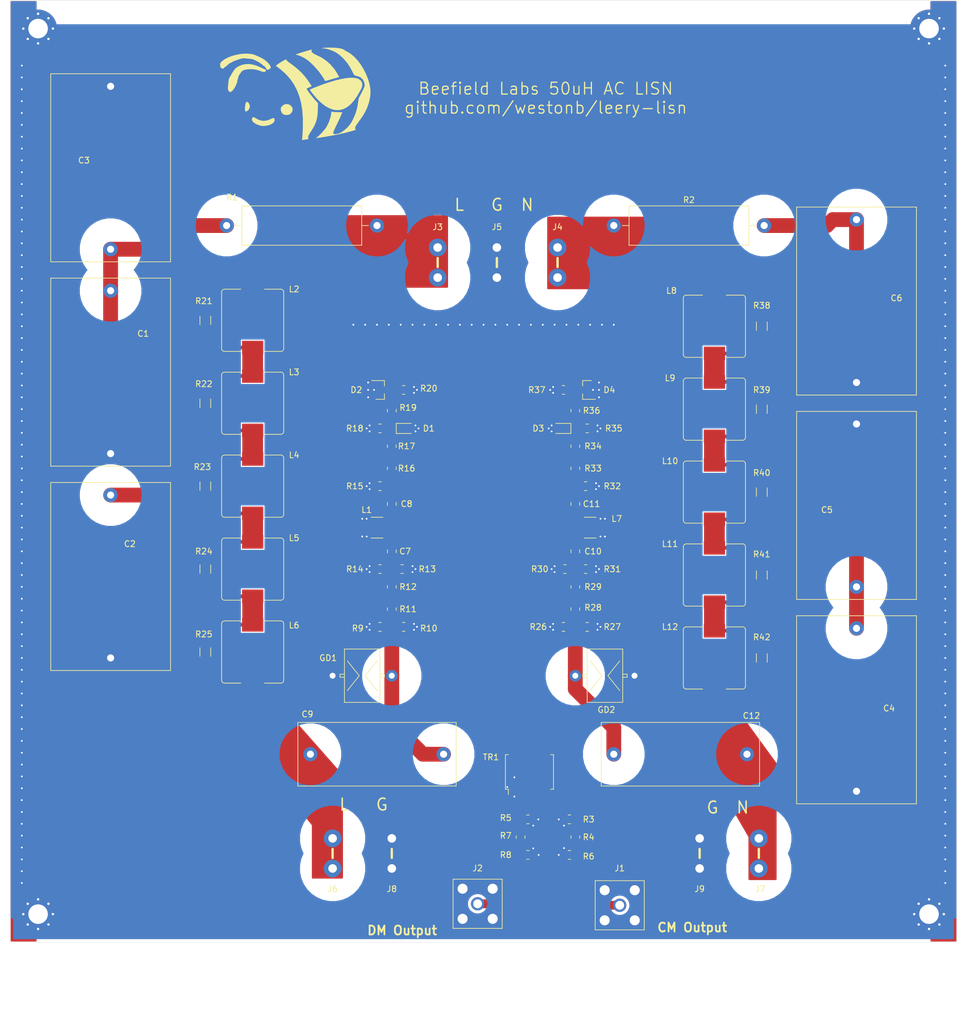
<source format=kicad_pcb>
(kicad_pcb (version 20171130) (host pcbnew 5.1.10-88a1d61d58~90~ubuntu20.04.1)
  (layers (0 F.Cu signal) (31 B.Cu signal) (34 B.Paste user) (35 F.Paste user) (36 B.SilkS user) (37 F.SilkS user) (38 B.Mask user hide) (39 F.Mask user hide) (44 Edge.Cuts user))
  (net 0 "")
  (net 1 GND)
  (net 2 "Net-(C1-Pad1)")
  (net 3 "Net-(C4-Pad1)")
  (net 4 "Net-(C7-Pad2)")
  (net 5 "Net-(C7-Pad1)")
  (net 6 "Net-(C8-Pad1)")
  (net 7 /SIG1)
  (net 8 /DUT_LINE)
  (net 9 "Net-(C10-Pad2)")
  (net 10 "Net-(C10-Pad1)")
  (net 11 "Net-(C11-Pad1)")
  (net 12 /SIG2)
  (net 13 /DUT_NUT)
  (net 14 "Net-(D1-Pad1)")
  (net 15 /SIG1_LIM)
  (net 16 "Net-(D3-Pad1)")
  (net 17 /SIG2_LIM)
  (net 18 /CM_OUT)
  (net 19 /DM_OUT)
  (net 20 /LINE)
  (net 21 /NEUTRAL)
  (net 22 "Net-(L2-Pad2)")
  (net 23 "Net-(L3-Pad2)")
  (net 24 "Net-(L4-Pad2)")
  (net 25 "Net-(L5-Pad2)")
  (net 26 "Net-(L8-Pad2)")
  (net 27 "Net-(L10-Pad1)")
  (net 28 "Net-(L10-Pad2)")
  (net 29 "Net-(L11-Pad2)")
  (net 30 "Net-(R3-Pad1)")
  (net 31 "Net-(R5-Pad1)")
  (net 32 "Net-(R11-Pad1)")
  (net 33 "Net-(R16-Pad2)")
  (net 34 "Net-(R28-Pad1)")
  (net 35 "Net-(R33-Pad2)")
  (module wbraun_smd:bee_large_v3 (layer F.Cu) (at 149 57)
    (fp_text reference G*** hide)
    (fp_text value LOGO hide)
  )
  (module Symbol:Symbol_Highvoltage_Type2_CopperTop_Small (layer F.Cu) (at 122.25 182.75)
    (fp_text reference REF** hide)
    (fp_text value Symbol_Highvoltage_Type2_CopperTop_Small)
    (fp_line (start 0 -7.62) (end 8.89 3.81) (layer F.Cu) (width 1.27))
    (fp_line (start 8.89 3.81) (end -8.89 3.81) (layer F.Cu) (width 1.27))
    (fp_line (start -8.89 3.81) (end 0 -7.62) (layer F.Cu) (width 1.27))
    (fp_line (start 0.381 -2.921) (end -1.016 -1.016) (layer F.Cu) (width 0.381))
    (fp_line (start -1.016 -1.016) (end 0.254 -1.016) (layer F.Cu) (width 0.381))
    (fp_line (start -1.27 0.889) (end -1.397 1.905) (layer F.Cu) (width 0.381))
    (fp_line (start -1.397 1.905) (end -0.635 1.27) (layer F.Cu) (width 0.381))
    (fp_line (start -0.635 1.27) (end -1.143 1.524) (layer F.Cu) (width 0.381))
    (fp_line (start -1.143 1.524) (end 0.635 -1.27) (layer F.Cu) (width 0.381))
    (fp_line (start 0.635 -1.27) (end -0.635 -1.27) (layer F.Cu) (width 0.381))
    (fp_line (start -0.635 -1.27) (end 1.143 -3.302) (layer F.Cu) (width 0.381))
    (fp_line (start 1.143 -3.302) (end 0.381 -2.794) (layer F.Cu) (width 0.381))
    (fp_line (start 0.381 -2.794) (end 0.254 -3.302) (layer F.Cu) (width 0.381))
    (fp_line (start 0.127 -3.175) (end -1.397 -0.889) (layer F.Cu) (width 0.381))
    (fp_line (start -1.397 -0.889) (end 0 -0.889) (layer F.Cu) (width 0.381))
    (fp_line (start 0 -0.889) (end -1.143 1.397) (layer F.Cu) (width 0.381))
    (fp_line (start -1.143 1.397) (end -1.27 0.889) (layer F.Cu) (width 0.381))
  )
  (module wbraun_smd:M3-tight-fit-socket-head (layer F.Cu) (at 255.25 45.75)
    (fp_text reference H4 hide)
    (fp_text value MountingHole_Pad)
    (pad 1 thru_hole circle (at 1.75 1.75) (size 0.8 0.8) (drill 0.4) (layers *.Cu *.Mask) (net 1 GND))
    (pad 1 thru_hole circle (at -1.75 -1.75) (size 0.8 0.8) (drill 0.4) (layers *.Cu *.Mask) (net 1 GND))
    (pad 1 thru_hole circle (at -1.75 1.75) (size 0.8 0.8) (drill 0.4) (layers *.Cu *.Mask) (net 1 GND))
    (pad 1 thru_hole circle (at 0 2.5) (size 0.8 0.8) (drill 0.4) (layers *.Cu *.Mask) (net 1 GND))
    (pad 1 thru_hole circle (at -2.5 0) (size 0.8 0.8) (drill 0.4) (layers *.Cu *.Mask) (net 1 GND))
    (pad 1 thru_hole circle (at 0 -2.5) (size 0.8 0.8) (drill 0.4) (layers *.Cu *.Mask) (net 1 GND))
    (pad 1 thru_hole circle (at 1.75 -1.75) (size 0.8 0.8) (drill 0.4) (layers *.Cu *.Mask) (net 1 GND))
    (pad 1 thru_hole circle (at 2.5 0) (size 0.8 0.8) (drill 0.4) (layers *.Cu *.Mask) (net 1 GND))
    (pad 1 thru_hole circle (at 0 0) (size 6.4 6.4) (drill 3.3) (layers *.Cu *.Mask) (net 1 GND))
  )
  (module wbraun_smd:M3-tight-fit-socket-head (layer F.Cu) (at 104.75 195.25)
    (fp_text reference H3 hide)
    (fp_text value MountingHole_Pad)
    (pad 1 thru_hole circle (at 1.75 1.75) (size 0.8 0.8) (drill 0.4) (layers *.Cu *.Mask) (net 1 GND))
    (pad 1 thru_hole circle (at -1.75 -1.75) (size 0.8 0.8) (drill 0.4) (layers *.Cu *.Mask) (net 1 GND))
    (pad 1 thru_hole circle (at -1.75 1.75) (size 0.8 0.8) (drill 0.4) (layers *.Cu *.Mask) (net 1 GND))
    (pad 1 thru_hole circle (at 0 2.5) (size 0.8 0.8) (drill 0.4) (layers *.Cu *.Mask) (net 1 GND))
    (pad 1 thru_hole circle (at -2.5 0) (size 0.8 0.8) (drill 0.4) (layers *.Cu *.Mask) (net 1 GND))
    (pad 1 thru_hole circle (at 0 -2.5) (size 0.8 0.8) (drill 0.4) (layers *.Cu *.Mask) (net 1 GND))
    (pad 1 thru_hole circle (at 1.75 -1.75) (size 0.8 0.8) (drill 0.4) (layers *.Cu *.Mask) (net 1 GND))
    (pad 1 thru_hole circle (at 2.5 0) (size 0.8 0.8) (drill 0.4) (layers *.Cu *.Mask) (net 1 GND))
    (pad 1 thru_hole circle (at 0 0) (size 6.4 6.4) (drill 3.3) (layers *.Cu *.Mask) (net 1 GND))
  )
  (module wbraun_smd:M3-tight-fit-socket-head (layer F.Cu) (at 104.75 45.75)
    (fp_text reference H2 hide)
    (fp_text value MountingHole_Pad)
    (pad 1 thru_hole circle (at 1.75 1.75) (size 0.8 0.8) (drill 0.4) (layers *.Cu *.Mask) (net 1 GND))
    (pad 1 thru_hole circle (at -1.75 -1.75) (size 0.8 0.8) (drill 0.4) (layers *.Cu *.Mask) (net 1 GND))
    (pad 1 thru_hole circle (at -1.75 1.75) (size 0.8 0.8) (drill 0.4) (layers *.Cu *.Mask) (net 1 GND))
    (pad 1 thru_hole circle (at 0 2.5) (size 0.8 0.8) (drill 0.4) (layers *.Cu *.Mask) (net 1 GND))
    (pad 1 thru_hole circle (at -2.5 0) (size 0.8 0.8) (drill 0.4) (layers *.Cu *.Mask) (net 1 GND))
    (pad 1 thru_hole circle (at 0 -2.5) (size 0.8 0.8) (drill 0.4) (layers *.Cu *.Mask) (net 1 GND))
    (pad 1 thru_hole circle (at 1.75 -1.75) (size 0.8 0.8) (drill 0.4) (layers *.Cu *.Mask) (net 1 GND))
    (pad 1 thru_hole circle (at 2.5 0) (size 0.8 0.8) (drill 0.4) (layers *.Cu *.Mask) (net 1 GND))
    (pad 1 thru_hole circle (at 0 0) (size 6.4 6.4) (drill 3.3) (layers *.Cu *.Mask) (net 1 GND))
  )
  (module wbraun_smd:M3-tight-fit-socket-head (layer F.Cu) (at 255.25 195.25)
    (fp_text reference H1 hide)
    (fp_text value MountingHole_Pad)
    (pad 1 thru_hole circle (at 1.75 1.75) (size 0.8 0.8) (drill 0.4) (layers *.Cu *.Mask) (net 1 GND))
    (pad 1 thru_hole circle (at -1.75 -1.75) (size 0.8 0.8) (drill 0.4) (layers *.Cu *.Mask) (net 1 GND))
    (pad 1 thru_hole circle (at -1.75 1.75) (size 0.8 0.8) (drill 0.4) (layers *.Cu *.Mask) (net 1 GND))
    (pad 1 thru_hole circle (at 0 2.5) (size 0.8 0.8) (drill 0.4) (layers *.Cu *.Mask) (net 1 GND))
    (pad 1 thru_hole circle (at -2.5 0) (size 0.8 0.8) (drill 0.4) (layers *.Cu *.Mask) (net 1 GND))
    (pad 1 thru_hole circle (at 0 -2.5) (size 0.8 0.8) (drill 0.4) (layers *.Cu *.Mask) (net 1 GND))
    (pad 1 thru_hole circle (at 1.75 -1.75) (size 0.8 0.8) (drill 0.4) (layers *.Cu *.Mask) (net 1 GND))
    (pad 1 thru_hole circle (at 2.5 0) (size 0.8 0.8) (drill 0.4) (layers *.Cu *.Mask) (net 1 GND))
    (pad 1 thru_hole circle (at 0 0) (size 6.4 6.4) (drill 3.3) (layers *.Cu *.Mask) (net 1 GND))
  )
  (module wbraun_smd:62409-1 (layer F.Cu) (at 216.5 185 90)
    (fp_text reference J9 (at -6 0 180) (layer F.SilkS))
    (fp_text value 62409-1)
    (pad 1 thru_hole circle (at 2.54 0 90) (size 3 3) (drill 1.45) (layers *.Cu *.Mask) (net 1 GND))
    (pad 1 thru_hole circle (at -2.54 0 90) (size 3 3) (drill 1.45) (layers *.Cu *.Mask) (net 1 GND))
  )
  (module wbraun_smd:62409-1 (layer F.Cu) (at 164.5 185 90)
    (fp_text reference J8 (at -6 0 180) (layer F.SilkS))
    (fp_text value 62409-1)
    (pad 1 thru_hole circle (at 2.54 0 90) (size 3 3) (drill 1.45) (layers *.Cu *.Mask) (net 1 GND))
    (pad 1 thru_hole circle (at -2.54 0 90) (size 3 3) (drill 1.45) (layers *.Cu *.Mask) (net 1 GND))
  )
  (module wbraun_smd:62409-1 (layer F.Cu) (at 226.5 185 90)
    (fp_text reference J7 (at -6 0.25 180) (layer F.SilkS))
    (fp_text value 62409-1)
    (pad 1 thru_hole circle (at 2.54 0 90) (size 3 3) (drill 1.45) (layers *.Cu *.Mask) (net 13 /DUT_NUT))
    (pad 1 thru_hole circle (at -2.54 0 90) (size 3 3) (drill 1.45) (layers *.Cu *.Mask) (net 13 /DUT_NUT))
  )
  (module wbraun_smd:62409-1 (layer F.Cu) (at 154.5 185 270)
    (fp_text reference J6 (at 6 0 180) (layer F.SilkS))
    (fp_text value 62409-1)
    (pad 1 thru_hole circle (at 2.54 0 270) (size 3 3) (drill 1.45) (layers *.Cu *.Mask) (net 8 /DUT_LINE))
    (pad 1 thru_hole circle (at -2.54 0 270) (size 3 3) (drill 1.45) (layers *.Cu *.Mask) (net 8 /DUT_LINE))
  )
  (module wbraun_smd:62409-1 (layer F.Cu) (at 182.25 85.25 90)
    (fp_text reference J5 (at 6 0 180) (layer F.SilkS))
    (fp_text value 62409-1)
    (pad 1 thru_hole circle (at 2.54 0 90) (size 3 3) (drill 1.45) (layers *.Cu *.Mask) (net 1 GND))
    (pad 1 thru_hole circle (at -2.54 0 90) (size 3 3) (drill 1.45) (layers *.Cu *.Mask) (net 1 GND))
  )
  (module wbraun_smd:62409-1 (layer F.Cu) (at 192.5 85.25 90)
    (fp_text reference J4 (at 6 0 180) (layer F.SilkS))
    (fp_text value 62409-1)
    (pad 1 thru_hole circle (at 2.54 0 90) (size 3 3) (drill 1.45) (layers *.Cu *.Mask) (net 21 /NEUTRAL))
    (pad 1 thru_hole circle (at -2.54 0 90) (size 3 3) (drill 1.45) (layers *.Cu *.Mask) (net 21 /NEUTRAL))
  )
  (module wbraun_smd:62409-1 (layer F.Cu) (at 172.25 85.25 90)
    (fp_text reference J3 (at 6 0 180) (layer F.SilkS))
    (fp_text value 62409-1)
    (pad 1 thru_hole circle (at 2.54 0 90) (size 3 3) (drill 1.45) (layers *.Cu *.Mask) (net 20 /LINE))
    (pad 1 thru_hole circle (at -2.54 0 90) (size 3 3) (drill 1.45) (layers *.Cu *.Mask) (net 20 /LINE))
  )
  (module wbraun_smd:GDT_Bourns_2045 (layer F.Cu) (at 200.5 155)
    (fp_text reference GD2 (at 0.25 5.75) (layer F.SilkS))
    (fp_text value 2045-09-BLF)
    (pad 2 thru_hole circle (at 5 0) (size 2 2) (drill 1) (layers *.Cu *.Mask) (net 1 GND))
    (pad 1 thru_hole circle (at -5 0) (size 2 2) (drill 1) (layers *.Cu *.Mask) (net 12 /SIG2))
  )
  (module wbraun_smd:GDT_Bourns_2045 (layer F.Cu) (at 159.5 155 180)
    (fp_text reference GD1 (at 5.75 3) (layer F.SilkS))
    (fp_text value 2045-09-BLF)
    (pad 2 thru_hole circle (at 5 0 180) (size 2 2) (drill 1) (layers *.Cu *.Mask) (net 1 GND))
    (pad 1 thru_hole circle (at -5 0 180) (size 2 2) (drill 1) (layers *.Cu *.Mask) (net 7 /SIG1))
  )
  (module RF_Mini-Circuits:Mini-Circuits_CD637_H5.23mm (layer F.Cu) (at 187.75 171.25 90)
    (fp_text reference TR1 (at 2.5 -6.5 180) (layer F.SilkS))
    (fp_text value ADT2-71T)
    (pad 6 smd rect (at 2.54 -2.54 90) (size 2.54 1.65) (layers F.Cu F.Paste F.Mask) (net 15 /SIG1_LIM))
    (pad 5 smd rect (at 2.54 0 90) (size 2.54 1.65) (layers F.Cu F.Paste F.Mask) (net 30 "Net-(R3-Pad1)"))
    (pad 4 smd rect (at 2.54 2.54 90) (size 2.54 1.65) (layers F.Cu F.Paste F.Mask) (net 17 /SIG2_LIM))
    (pad 3 smd rect (at -2.54 2.54 90) (size 2.54 1.65) (layers F.Cu F.Paste F.Mask) (net 31 "Net-(R5-Pad1)"))
    (pad 2 smd rect (at -2.54 0 90) (size 2.54 1.65) (layers F.Cu F.Paste F.Mask))
    (pad 1 smd rect (at -2.54 -2.54 90) (size 2.54 1.65) (layers F.Cu F.Paste F.Mask) (net 1 GND))
  )
  (module Resistor_SMD:R_1206_3216Metric (layer F.Cu) (at 227 152 90)
    (fp_text reference R42 (at 3.5 0 180) (layer F.SilkS))
    (fp_text value DNP)
    (pad 2 smd roundrect (at 1.4625 0 90) (size 1.125 1.75) (layers F.Cu F.Paste F.Mask) (roundrect_rratio 0.222222) (net 29 "Net-(L11-Pad2)"))
    (pad 1 smd roundrect (at -1.4625 0 90) (size 1.125 1.75) (layers F.Cu F.Paste F.Mask) (roundrect_rratio 0.222222) (net 13 /DUT_NUT))
  )
  (module Resistor_SMD:R_1206_3216Metric (layer F.Cu) (at 227 138 90)
    (fp_text reference R41 (at 3.5 0 180) (layer F.SilkS))
    (fp_text value DNP)
    (pad 2 smd roundrect (at 1.4625 0 90) (size 1.125 1.75) (layers F.Cu F.Paste F.Mask) (roundrect_rratio 0.222222) (net 28 "Net-(L10-Pad2)"))
    (pad 1 smd roundrect (at -1.4625 0 90) (size 1.125 1.75) (layers F.Cu F.Paste F.Mask) (roundrect_rratio 0.222222) (net 29 "Net-(L11-Pad2)"))
  )
  (module Resistor_SMD:R_1206_3216Metric (layer F.Cu) (at 227 124 90)
    (fp_text reference R40 (at 3.25 0 180) (layer F.SilkS))
    (fp_text value DNP)
    (pad 2 smd roundrect (at 1.4625 0 90) (size 1.125 1.75) (layers F.Cu F.Paste F.Mask) (roundrect_rratio 0.222222) (net 27 "Net-(L10-Pad1)"))
    (pad 1 smd roundrect (at -1.4625 0 90) (size 1.125 1.75) (layers F.Cu F.Paste F.Mask) (roundrect_rratio 0.222222) (net 28 "Net-(L10-Pad2)"))
  )
  (module Resistor_SMD:R_1206_3216Metric (layer F.Cu) (at 227 110 90)
    (fp_text reference R39 (at 3.25 0 180) (layer F.SilkS))
    (fp_text value DNP)
    (pad 2 smd roundrect (at 1.4625 0 90) (size 1.125 1.75) (layers F.Cu F.Paste F.Mask) (roundrect_rratio 0.222222) (net 26 "Net-(L8-Pad2)"))
    (pad 1 smd roundrect (at -1.4625 0 90) (size 1.125 1.75) (layers F.Cu F.Paste F.Mask) (roundrect_rratio 0.222222) (net 27 "Net-(L10-Pad1)"))
  )
  (module Resistor_SMD:R_1206_3216Metric (layer F.Cu) (at 227 96 90)
    (fp_text reference R38 (at 3.5 0 180) (layer F.SilkS))
    (fp_text value DNP)
    (pad 2 smd roundrect (at 1.4625 0 90) (size 1.125 1.75) (layers F.Cu F.Paste F.Mask) (roundrect_rratio 0.222222) (net 21 /NEUTRAL))
    (pad 1 smd roundrect (at -1.4625 0 90) (size 1.125 1.75) (layers F.Cu F.Paste F.Mask) (roundrect_rratio 0.222222) (net 26 "Net-(L8-Pad2)"))
  )
  (module Resistor_SMD:R_0805_2012Metric (layer F.Cu) (at 193.5 106.75 180)
    (fp_text reference R37 (at 4.5 0) (layer F.SilkS))
    (fp_text value 430)
    (pad 2 smd roundrect (at 0.9125 0 180) (size 1.025 1.4) (layers F.Cu F.Paste F.Mask) (roundrect_rratio 0.243902) (net 1 GND))
    (pad 1 smd roundrect (at -0.9125 0 180) (size 1.025 1.4) (layers F.Cu F.Paste F.Mask) (roundrect_rratio 0.243902) (net 17 /SIG2_LIM))
  )
  (module Resistor_SMD:R_0805_2012Metric (layer F.Cu) (at 195.5 110.25 270)
    (fp_text reference R36 (at 0 -2.75 180) (layer F.SilkS))
    (fp_text value 12)
    (pad 2 smd roundrect (at 0.9125 0 270) (size 1.025 1.4) (layers F.Cu F.Paste F.Mask) (roundrect_rratio 0.243902) (net 16 "Net-(D3-Pad1)"))
    (pad 1 smd roundrect (at -0.9125 0 270) (size 1.025 1.4) (layers F.Cu F.Paste F.Mask) (roundrect_rratio 0.243902) (net 17 /SIG2_LIM))
  )
  (module Resistor_SMD:R_0805_2012Metric (layer F.Cu) (at 197.5 113.25)
    (fp_text reference R35 (at 4.5 0) (layer F.SilkS))
    (fp_text value 127)
    (pad 2 smd roundrect (at 0.9125 0) (size 1.025 1.4) (layers F.Cu F.Paste F.Mask) (roundrect_rratio 0.243902) (net 1 GND))
    (pad 1 smd roundrect (at -0.9125 0) (size 1.025 1.4) (layers F.Cu F.Paste F.Mask) (roundrect_rratio 0.243902) (net 16 "Net-(D3-Pad1)"))
  )
  (module Resistor_SMD:R_0805_2012Metric (layer F.Cu) (at 195.5 116.25 90)
    (fp_text reference R34 (at 0 3 180) (layer F.SilkS))
    (fp_text value 15)
    (pad 2 smd roundrect (at 0.9125 0 90) (size 1.025 1.4) (layers F.Cu F.Paste F.Mask) (roundrect_rratio 0.243902) (net 16 "Net-(D3-Pad1)"))
    (pad 1 smd roundrect (at -0.9125 0 90) (size 1.025 1.4) (layers F.Cu F.Paste F.Mask) (roundrect_rratio 0.243902) (net 35 "Net-(R33-Pad2)"))
  )
  (module Resistor_SMD:R_0805_2012Metric (layer F.Cu) (at 195.5 120 90)
    (fp_text reference R33 (at 0 3 180) (layer F.SilkS))
    (fp_text value 15)
    (pad 2 smd roundrect (at 0.9125 0 90) (size 1.025 1.4) (layers F.Cu F.Paste F.Mask) (roundrect_rratio 0.243902) (net 35 "Net-(R33-Pad2)"))
    (pad 1 smd roundrect (at -0.9125 0 90) (size 1.025 1.4) (layers F.Cu F.Paste F.Mask) (roundrect_rratio 0.243902) (net 11 "Net-(C11-Pad1)"))
  )
  (module Resistor_SMD:R_0805_2012Metric (layer F.Cu) (at 197.25 123)
    (fp_text reference R32 (at 4.5 0) (layer F.SilkS))
    (fp_text value 220)
    (pad 2 smd roundrect (at 0.9125 0) (size 1.025 1.4) (layers F.Cu F.Paste F.Mask) (roundrect_rratio 0.243902) (net 1 GND))
    (pad 1 smd roundrect (at -0.9125 0) (size 1.025 1.4) (layers F.Cu F.Paste F.Mask) (roundrect_rratio 0.243902) (net 11 "Net-(C11-Pad1)"))
  )
  (module Resistor_SMD:R_0805_2012Metric (layer F.Cu) (at 197.25 137)
    (fp_text reference R31 (at 4.5 0) (layer F.SilkS))
    (fp_text value 430)
    (pad 2 smd roundrect (at 0.9125 0) (size 1.025 1.4) (layers F.Cu F.Paste F.Mask) (roundrect_rratio 0.243902) (net 1 GND))
    (pad 1 smd roundrect (at -0.9125 0) (size 1.025 1.4) (layers F.Cu F.Paste F.Mask) (roundrect_rratio 0.243902) (net 9 "Net-(C10-Pad2)"))
  )
  (module Resistor_SMD:R_0805_2012Metric (layer F.Cu) (at 193.75 137 180)
    (fp_text reference R30 (at 4.25 0) (layer F.SilkS))
    (fp_text value 430)
    (pad 2 smd roundrect (at 0.9125 0 180) (size 1.025 1.4) (layers F.Cu F.Paste F.Mask) (roundrect_rratio 0.243902) (net 1 GND))
    (pad 1 smd roundrect (at -0.9125 0 180) (size 1.025 1.4) (layers F.Cu F.Paste F.Mask) (roundrect_rratio 0.243902) (net 9 "Net-(C10-Pad2)"))
  )
  (module Resistor_SMD:R_0805_2012Metric (layer F.Cu) (at 195.5 140 270)
    (fp_text reference R29 (at 0 -3 180) (layer F.SilkS))
    (fp_text value 7.5)
    (pad 2 smd roundrect (at 0.9125 0 270) (size 1.025 1.4) (layers F.Cu F.Paste F.Mask) (roundrect_rratio 0.243902) (net 34 "Net-(R28-Pad1)"))
    (pad 1 smd roundrect (at -0.9125 0 270) (size 1.025 1.4) (layers F.Cu F.Paste F.Mask) (roundrect_rratio 0.243902) (net 9 "Net-(C10-Pad2)"))
  )
  (module Resistor_SMD:R_0805_2012Metric (layer F.Cu) (at 195.5 143.75 270)
    (fp_text reference R28 (at -0.25 -3 180) (layer F.SilkS))
    (fp_text value 10)
    (pad 2 smd roundrect (at 0.9125 0 270) (size 1.025 1.4) (layers F.Cu F.Paste F.Mask) (roundrect_rratio 0.243902) (net 12 /SIG2))
    (pad 1 smd roundrect (at -0.9125 0 270) (size 1.025 1.4) (layers F.Cu F.Paste F.Mask) (roundrect_rratio 0.243902) (net 34 "Net-(R28-Pad1)"))
  )
  (module Resistor_SMD:R_0805_2012Metric (layer F.Cu) (at 197.5 146.75)
    (fp_text reference R27 (at 4.25 0) (layer F.SilkS))
    (fp_text value 560)
    (pad 2 smd roundrect (at 0.9125 0) (size 1.025 1.4) (layers F.Cu F.Paste F.Mask) (roundrect_rratio 0.243902) (net 1 GND))
    (pad 1 smd roundrect (at -0.9125 0) (size 1.025 1.4) (layers F.Cu F.Paste F.Mask) (roundrect_rratio 0.243902) (net 12 /SIG2))
  )
  (module Resistor_SMD:R_0805_2012Metric (layer F.Cu) (at 193.5 146.75 180)
    (fp_text reference R26 (at 4.25 0) (layer F.SilkS))
    (fp_text value 620)
    (pad 2 smd roundrect (at 0.9125 0 180) (size 1.025 1.4) (layers F.Cu F.Paste F.Mask) (roundrect_rratio 0.243902) (net 1 GND))
    (pad 1 smd roundrect (at -0.9125 0 180) (size 1.025 1.4) (layers F.Cu F.Paste F.Mask) (roundrect_rratio 0.243902) (net 12 /SIG2))
  )
  (module Resistor_SMD:R_1206_3216Metric (layer F.Cu) (at 133 151 90)
    (fp_text reference R25 (at 3 -0.25 180) (layer F.SilkS))
    (fp_text value DNP)
    (pad 2 smd roundrect (at 1.4625 0 90) (size 1.125 1.75) (layers F.Cu F.Paste F.Mask) (roundrect_rratio 0.222222) (net 25 "Net-(L5-Pad2)"))
    (pad 1 smd roundrect (at -1.4625 0 90) (size 1.125 1.75) (layers F.Cu F.Paste F.Mask) (roundrect_rratio 0.222222) (net 8 /DUT_LINE))
  )
  (module Resistor_SMD:R_1206_3216Metric (layer F.Cu) (at 133 137 90)
    (fp_text reference R24 (at 3 -0.25 180) (layer F.SilkS))
    (fp_text value DNP)
    (pad 2 smd roundrect (at 1.4625 0 90) (size 1.125 1.75) (layers F.Cu F.Paste F.Mask) (roundrect_rratio 0.222222) (net 24 "Net-(L4-Pad2)"))
    (pad 1 smd roundrect (at -1.4625 0 90) (size 1.125 1.75) (layers F.Cu F.Paste F.Mask) (roundrect_rratio 0.222222) (net 25 "Net-(L5-Pad2)"))
  )
  (module Resistor_SMD:R_1206_3216Metric (layer F.Cu) (at 133 123 90)
    (fp_text reference R23 (at 3.25 -0.5 180) (layer F.SilkS))
    (fp_text value DNP)
    (pad 2 smd roundrect (at 1.4625 0 90) (size 1.125 1.75) (layers F.Cu F.Paste F.Mask) (roundrect_rratio 0.222222) (net 23 "Net-(L3-Pad2)"))
    (pad 1 smd roundrect (at -1.4625 0 90) (size 1.125 1.75) (layers F.Cu F.Paste F.Mask) (roundrect_rratio 0.222222) (net 24 "Net-(L4-Pad2)"))
  )
  (module Resistor_SMD:R_1206_3216Metric (layer F.Cu) (at 133 109 90)
    (fp_text reference R22 (at 3.25 -0.25 180) (layer F.SilkS))
    (fp_text value DNP)
    (pad 2 smd roundrect (at 1.4625 0 90) (size 1.125 1.75) (layers F.Cu F.Paste F.Mask) (roundrect_rratio 0.222222) (net 22 "Net-(L2-Pad2)"))
    (pad 1 smd roundrect (at -1.4625 0 90) (size 1.125 1.75) (layers F.Cu F.Paste F.Mask) (roundrect_rratio 0.222222) (net 23 "Net-(L3-Pad2)"))
  )
  (module Resistor_SMD:R_1206_3216Metric (layer F.Cu) (at 133 95 90)
    (fp_text reference R21 (at 3.25 -0.25 180) (layer F.SilkS))
    (fp_text value DNP)
    (pad 2 smd roundrect (at 1.4625 0 90) (size 1.125 1.75) (layers F.Cu F.Paste F.Mask) (roundrect_rratio 0.222222) (net 20 /LINE))
    (pad 1 smd roundrect (at -1.4625 0 90) (size 1.125 1.75) (layers F.Cu F.Paste F.Mask) (roundrect_rratio 0.222222) (net 22 "Net-(L2-Pad2)"))
  )
  (module Resistor_SMD:R_0805_2012Metric (layer F.Cu) (at 166.5 106.75)
    (fp_text reference R20 (at 4.25 -0.25) (layer F.SilkS))
    (fp_text value 430)
    (pad 2 smd roundrect (at 0.9125 0) (size 1.025 1.4) (layers F.Cu F.Paste F.Mask) (roundrect_rratio 0.243902) (net 1 GND))
    (pad 1 smd roundrect (at -0.9125 0) (size 1.025 1.4) (layers F.Cu F.Paste F.Mask) (roundrect_rratio 0.243902) (net 15 /SIG1_LIM))
  )
  (module Resistor_SMD:R_0805_2012Metric (layer F.Cu) (at 164.5 110.25 270)
    (fp_text reference R19 (at -0.5 -2.75 180) (layer F.SilkS))
    (fp_text value 12)
    (pad 2 smd roundrect (at 0.9125 0 270) (size 1.025 1.4) (layers F.Cu F.Paste F.Mask) (roundrect_rratio 0.243902) (net 14 "Net-(D1-Pad1)"))
    (pad 1 smd roundrect (at -0.9125 0 270) (size 1.025 1.4) (layers F.Cu F.Paste F.Mask) (roundrect_rratio 0.243902) (net 15 /SIG1_LIM))
  )
  (module Resistor_SMD:R_0805_2012Metric (layer F.Cu) (at 162.5 113.25 180)
    (fp_text reference R18 (at 4.25 0) (layer F.SilkS))
    (fp_text value 127)
    (pad 2 smd roundrect (at 0.9125 0 180) (size 1.025 1.4) (layers F.Cu F.Paste F.Mask) (roundrect_rratio 0.243902) (net 1 GND))
    (pad 1 smd roundrect (at -0.9125 0 180) (size 1.025 1.4) (layers F.Cu F.Paste F.Mask) (roundrect_rratio 0.243902) (net 14 "Net-(D1-Pad1)"))
  )
  (module Resistor_SMD:R_0805_2012Metric (layer F.Cu) (at 164.5 116.25 90)
    (fp_text reference R17 (at 0 2.5 180) (layer F.SilkS))
    (fp_text value 15)
    (pad 2 smd roundrect (at 0.9125 0 90) (size 1.025 1.4) (layers F.Cu F.Paste F.Mask) (roundrect_rratio 0.243902) (net 14 "Net-(D1-Pad1)"))
    (pad 1 smd roundrect (at -0.9125 0 90) (size 1.025 1.4) (layers F.Cu F.Paste F.Mask) (roundrect_rratio 0.243902) (net 33 "Net-(R16-Pad2)"))
  )
  (module Resistor_SMD:R_0805_2012Metric (layer F.Cu) (at 164.5 120 90)
    (fp_text reference R16 (at 0 2.5 180) (layer F.SilkS))
    (fp_text value 15)
    (pad 2 smd roundrect (at 0.9125 0 90) (size 1.025 1.4) (layers F.Cu F.Paste F.Mask) (roundrect_rratio 0.243902) (net 33 "Net-(R16-Pad2)"))
    (pad 1 smd roundrect (at -0.9125 0 90) (size 1.025 1.4) (layers F.Cu F.Paste F.Mask) (roundrect_rratio 0.243902) (net 6 "Net-(C8-Pad1)"))
  )
  (module Resistor_SMD:R_0805_2012Metric (layer F.Cu) (at 162.5 123 180)
    (fp_text reference R15 (at 4.25 0) (layer F.SilkS))
    (fp_text value 220)
    (pad 2 smd roundrect (at 0.9125 0 180) (size 1.025 1.4) (layers F.Cu F.Paste F.Mask) (roundrect_rratio 0.243902) (net 1 GND))
    (pad 1 smd roundrect (at -0.9125 0 180) (size 1.025 1.4) (layers F.Cu F.Paste F.Mask) (roundrect_rratio 0.243902) (net 6 "Net-(C8-Pad1)"))
  )
  (module Resistor_SMD:R_0805_2012Metric (layer F.Cu) (at 162.5 137 180)
    (fp_text reference R14 (at 4.25 0) (layer F.SilkS))
    (fp_text value 430)
    (pad 2 smd roundrect (at 0.9125 0 180) (size 1.025 1.4) (layers F.Cu F.Paste F.Mask) (roundrect_rratio 0.243902) (net 1 GND))
    (pad 1 smd roundrect (at -0.9125 0 180) (size 1.025 1.4) (layers F.Cu F.Paste F.Mask) (roundrect_rratio 0.243902) (net 4 "Net-(C7-Pad2)"))
  )
  (module Resistor_SMD:R_0805_2012Metric (layer F.Cu) (at 166.25 137)
    (fp_text reference R13 (at 4.25 0) (layer F.SilkS))
    (fp_text value 430)
    (pad 2 smd roundrect (at 0.9125 0) (size 1.025 1.4) (layers F.Cu F.Paste F.Mask) (roundrect_rratio 0.243902) (net 1 GND))
    (pad 1 smd roundrect (at -0.9125 0) (size 1.025 1.4) (layers F.Cu F.Paste F.Mask) (roundrect_rratio 0.243902) (net 4 "Net-(C7-Pad2)"))
  )
  (module Resistor_SMD:R_0805_2012Metric (layer F.Cu) (at 164.5 140 270)
    (fp_text reference R12 (at 0 -2.75 180) (layer F.SilkS))
    (fp_text value 7.5)
    (pad 2 smd roundrect (at 0.9125 0 270) (size 1.025 1.4) (layers F.Cu F.Paste F.Mask) (roundrect_rratio 0.243902) (net 32 "Net-(R11-Pad1)"))
    (pad 1 smd roundrect (at -0.9125 0 270) (size 1.025 1.4) (layers F.Cu F.Paste F.Mask) (roundrect_rratio 0.243902) (net 4 "Net-(C7-Pad2)"))
  )
  (module Resistor_SMD:R_0805_2012Metric (layer F.Cu) (at 164.5 143.75 270)
    (fp_text reference R11 (at 0 -2.75 180) (layer F.SilkS))
    (fp_text value 10)
    (pad 2 smd roundrect (at 0.9125 0 270) (size 1.025 1.4) (layers F.Cu F.Paste F.Mask) (roundrect_rratio 0.243902) (net 7 /SIG1))
    (pad 1 smd roundrect (at -0.9125 0 270) (size 1.025 1.4) (layers F.Cu F.Paste F.Mask) (roundrect_rratio 0.243902) (net 32 "Net-(R11-Pad1)"))
  )
  (module Resistor_SMD:R_0805_2012Metric (layer F.Cu) (at 166.5 146.75)
    (fp_text reference R10 (at 4.25 0.25) (layer F.SilkS))
    (fp_text value 560)
    (pad 2 smd roundrect (at 0.9125 0) (size 1.025 1.4) (layers F.Cu F.Paste F.Mask) (roundrect_rratio 0.243902) (net 1 GND))
    (pad 1 smd roundrect (at -0.9125 0) (size 1.025 1.4) (layers F.Cu F.Paste F.Mask) (roundrect_rratio 0.243902) (net 7 /SIG1))
  )
  (module Resistor_SMD:R_0805_2012Metric (layer F.Cu) (at 162.5 146.75 180)
    (fp_text reference R9 (at 3.75 -0.25) (layer F.SilkS))
    (fp_text value 620)
    (pad 2 smd roundrect (at 0.9125 0 180) (size 1.025 1.4) (layers F.Cu F.Paste F.Mask) (roundrect_rratio 0.243902) (net 1 GND))
    (pad 1 smd roundrect (at -0.9125 0 180) (size 1.025 1.4) (layers F.Cu F.Paste F.Mask) (roundrect_rratio 0.243902) (net 7 /SIG1))
  )
  (module Resistor_SMD:R_0805_2012Metric (layer F.Cu) (at 187.5 185.25)
    (fp_text reference R8 (at -3.75 0) (layer F.SilkS))
    (fp_text value DNP)
    (pad 2 smd roundrect (at 0.9125 0) (size 1.025 1.4) (layers F.Cu F.Paste F.Mask) (roundrect_rratio 0.243902) (net 1 GND))
    (pad 1 smd roundrect (at -0.9125 0) (size 1.025 1.4) (layers F.Cu F.Paste F.Mask) (roundrect_rratio 0.243902) (net 19 /DM_OUT))
  )
  (module Resistor_SMD:R_0805_2012Metric (layer F.Cu) (at 186.25 182.25 270)
    (fp_text reference R7 (at -0.25 2.5 180) (layer F.SilkS))
    (fp_text value 0)
    (pad 2 smd roundrect (at 0.9125 0 270) (size 1.025 1.4) (layers F.Cu F.Paste F.Mask) (roundrect_rratio 0.243902) (net 19 /DM_OUT))
    (pad 1 smd roundrect (at -0.9125 0 270) (size 1.025 1.4) (layers F.Cu F.Paste F.Mask) (roundrect_rratio 0.243902) (net 31 "Net-(R5-Pad1)"))
  )
  (module Resistor_SMD:R_0805_2012Metric (layer F.Cu) (at 194.5 185.25 180)
    (fp_text reference R6 (at -3.25 -0.25) (layer F.SilkS))
    (fp_text value DNP)
    (pad 2 smd roundrect (at 0.9125 0 180) (size 1.025 1.4) (layers F.Cu F.Paste F.Mask) (roundrect_rratio 0.243902) (net 1 GND))
    (pad 1 smd roundrect (at -0.9125 0 180) (size 1.025 1.4) (layers F.Cu F.Paste F.Mask) (roundrect_rratio 0.243902) (net 18 /CM_OUT))
  )
  (module Resistor_SMD:R_0805_2012Metric (layer F.Cu) (at 187.5 179.25)
    (fp_text reference R5 (at -3.75 -0.25) (layer F.SilkS))
    (fp_text value DNP)
    (pad 2 smd roundrect (at 0.9125 0) (size 1.025 1.4) (layers F.Cu F.Paste F.Mask) (roundrect_rratio 0.243902) (net 1 GND))
    (pad 1 smd roundrect (at -0.9125 0) (size 1.025 1.4) (layers F.Cu F.Paste F.Mask) (roundrect_rratio 0.243902) (net 31 "Net-(R5-Pad1)"))
  )
  (module Resistor_SMD:R_0805_2012Metric (layer F.Cu) (at 195.5 182.25 270)
    (fp_text reference R4 (at 0 -2.25 180) (layer F.SilkS))
    (fp_text value 0)
    (pad 2 smd roundrect (at 0.9125 0 270) (size 1.025 1.4) (layers F.Cu F.Paste F.Mask) (roundrect_rratio 0.243902) (net 18 /CM_OUT))
    (pad 1 smd roundrect (at -0.9125 0 270) (size 1.025 1.4) (layers F.Cu F.Paste F.Mask) (roundrect_rratio 0.243902) (net 30 "Net-(R3-Pad1)"))
  )
  (module Resistor_SMD:R_0805_2012Metric (layer F.Cu) (at 194.5 179.25 180)
    (fp_text reference R3 (at -3.25 0) (layer F.SilkS))
    (fp_text value 50)
    (pad 2 smd roundrect (at 0.9125 0 180) (size 1.025 1.4) (layers F.Cu F.Paste F.Mask) (roundrect_rratio 0.243902) (net 1 GND))
    (pad 1 smd roundrect (at -0.9125 0 180) (size 1.025 1.4) (layers F.Cu F.Paste F.Mask) (roundrect_rratio 0.243902) (net 30 "Net-(R3-Pad1)"))
  )
  (module Resistor_THT:R_Axial_Power_L20.0mm_W6.4mm_P25.40mm (layer F.Cu) (at 202 79)
    (fp_text reference R2 (at 12.7 -4.32) (layer F.SilkS))
    (fp_text value 5)
    (pad 2 thru_hole oval (at 25.4 0) (size 2.4 2.4) (drill 1.2) (layers *.Cu *.Mask) (net 3 "Net-(C4-Pad1)"))
    (pad 1 thru_hole circle (at 0 0) (size 2.4 2.4) (drill 1.2) (layers *.Cu *.Mask) (net 21 /NEUTRAL))
  )
  (module Resistor_THT:R_Axial_Power_L20.0mm_W6.4mm_P25.40mm (layer F.Cu) (at 162 79 180)
    (fp_text reference R1 (at 24.5 4.75) (layer F.SilkS))
    (fp_text value 5)
    (pad 2 thru_hole oval (at 25.4 0 180) (size 2.4 2.4) (drill 1.2) (layers *.Cu *.Mask) (net 2 "Net-(C1-Pad1)"))
    (pad 1 thru_hole circle (at 0 0 180) (size 2.4 2.4) (drill 1.2) (layers *.Cu *.Mask) (net 20 /LINE))
  )
  (module wbraun_smd:L_WURTH_WE-HCC-1090 (layer F.Cu) (at 219 152 270)
    (fp_text reference L12 (at -5.25 7.5 180) (layer F.SilkS))
    (fp_text value 10u)
    (pad 2 smd rect (at 4.6 0 270) (size 2.3 3.6) (layers F.Cu F.Paste F.Mask) (net 13 /DUT_NUT))
    (pad 1 smd rect (at -4.6 0 270) (size 2.3 3.6) (layers F.Cu F.Paste F.Mask) (net 29 "Net-(L11-Pad2)"))
  )
  (module wbraun_smd:L_WURTH_WE-HCC-1090 (layer F.Cu) (at 219 138 270)
    (fp_text reference L11 (at -5.25 7.5 180) (layer F.SilkS))
    (fp_text value 10u)
    (pad 2 smd rect (at 4.6 0 270) (size 2.3 3.6) (layers F.Cu F.Paste F.Mask) (net 29 "Net-(L11-Pad2)"))
    (pad 1 smd rect (at -4.6 0 270) (size 2.3 3.6) (layers F.Cu F.Paste F.Mask) (net 28 "Net-(L10-Pad2)"))
  )
  (module wbraun_smd:L_WURTH_WE-HCC-1090 (layer F.Cu) (at 219 124 270)
    (fp_text reference L10 (at -5.25 7.5 180) (layer F.SilkS))
    (fp_text value 10u)
    (pad 2 smd rect (at 4.6 0 270) (size 2.3 3.6) (layers F.Cu F.Paste F.Mask) (net 28 "Net-(L10-Pad2)"))
    (pad 1 smd rect (at -4.6 0 270) (size 2.3 3.6) (layers F.Cu F.Paste F.Mask) (net 27 "Net-(L10-Pad1)"))
  )
  (module wbraun_smd:L_WURTH_WE-HCC-1090 (layer F.Cu) (at 219 110 270)
    (fp_text reference L9 (at -5.25 7.5 180) (layer F.SilkS))
    (fp_text value 10u)
    (pad 2 smd rect (at 4.6 0 270) (size 2.3 3.6) (layers F.Cu F.Paste F.Mask) (net 27 "Net-(L10-Pad1)"))
    (pad 1 smd rect (at -4.6 0 270) (size 2.3 3.6) (layers F.Cu F.Paste F.Mask) (net 26 "Net-(L8-Pad2)"))
  )
  (module wbraun_smd:L_WURTH_WE-HCC-1090 (layer F.Cu) (at 219 96 270)
    (fp_text reference L8 (at -6 7.25 180) (layer F.SilkS))
    (fp_text value 10u)
    (pad 2 smd rect (at 4.6 0 270) (size 2.3 3.6) (layers F.Cu F.Paste F.Mask) (net 26 "Net-(L8-Pad2)"))
    (pad 1 smd rect (at -4.6 0 270) (size 2.3 3.6) (layers F.Cu F.Paste F.Mask) (net 21 /NEUTRAL))
  )
  (module wbraun_smd:L_BOURNS_PM1812 (layer F.Cu) (at 198 130)
    (fp_text reference L7 (at 4.5 -1.5) (layer F.SilkS))
    (fp_text value 1m)
    (pad 2 smd rect (at 2.1 0) (size 1.65 2) (layers F.Cu F.Paste F.Mask) (net 1 GND))
    (pad 1 smd rect (at -2.1 0) (size 1.65 2) (layers F.Cu F.Paste F.Mask) (net 10 "Net-(C10-Pad1)"))
  )
  (module wbraun_smd:L_WURTH_WE-HCC-1090 (layer F.Cu) (at 141 151 270)
    (fp_text reference L6 (at -4.5 -7 180) (layer F.SilkS))
    (fp_text value 10u)
    (pad 2 smd rect (at 4.6 0 270) (size 2.3 3.6) (layers F.Cu F.Paste F.Mask) (net 8 /DUT_LINE))
    (pad 1 smd rect (at -4.6 0 270) (size 2.3 3.6) (layers F.Cu F.Paste F.Mask) (net 25 "Net-(L5-Pad2)"))
  )
  (module wbraun_smd:L_WURTH_WE-HCC-1090 (layer F.Cu) (at 141 137 270)
    (fp_text reference L5 (at -5.25 -7 180) (layer F.SilkS))
    (fp_text value 10u)
    (pad 2 smd rect (at 4.6 0 270) (size 2.3 3.6) (layers F.Cu F.Paste F.Mask) (net 25 "Net-(L5-Pad2)"))
    (pad 1 smd rect (at -4.6 0 270) (size 2.3 3.6) (layers F.Cu F.Paste F.Mask) (net 24 "Net-(L4-Pad2)"))
  )
  (module wbraun_smd:L_WURTH_WE-HCC-1090 (layer F.Cu) (at 141 123 270)
    (fp_text reference L4 (at -5.25 -7 180) (layer F.SilkS))
    (fp_text value 10u)
    (pad 2 smd rect (at 4.6 0 270) (size 2.3 3.6) (layers F.Cu F.Paste F.Mask) (net 24 "Net-(L4-Pad2)"))
    (pad 1 smd rect (at -4.6 0 270) (size 2.3 3.6) (layers F.Cu F.Paste F.Mask) (net 23 "Net-(L3-Pad2)"))
  )
  (module wbraun_smd:L_WURTH_WE-HCC-1090 (layer F.Cu) (at 141 109 270)
    (fp_text reference L3 (at -5.25 -7 180) (layer F.SilkS))
    (fp_text value 10u)
    (pad 2 smd rect (at 4.6 0 270) (size 2.3 3.6) (layers F.Cu F.Paste F.Mask) (net 23 "Net-(L3-Pad2)"))
    (pad 1 smd rect (at -4.6 0 270) (size 2.3 3.6) (layers F.Cu F.Paste F.Mask) (net 22 "Net-(L2-Pad2)"))
  )
  (module wbraun_smd:L_WURTH_WE-HCC-1090 (layer F.Cu) (at 141 95 270)
    (fp_text reference L2 (at -5.25 -7 180) (layer F.SilkS))
    (fp_text value 10u)
    (pad 2 smd rect (at 4.6 0 270) (size 2.3 3.6) (layers F.Cu F.Paste F.Mask) (net 22 "Net-(L2-Pad2)"))
    (pad 1 smd rect (at -4.6 0 270) (size 2.3 3.6) (layers F.Cu F.Paste F.Mask) (net 20 /LINE))
  )
  (module wbraun_smd:L_BOURNS_PM1812 (layer F.Cu) (at 162 130 180)
    (fp_text reference L1 (at 1.75 3) (layer F.SilkS))
    (fp_text value 1m)
    (pad 2 smd rect (at 2.1 0 180) (size 1.65 2) (layers F.Cu F.Paste F.Mask) (net 1 GND))
    (pad 1 smd rect (at -2.1 0 180) (size 1.65 2) (layers F.Cu F.Paste F.Mask) (net 5 "Net-(C7-Pad1)"))
  )
  (module Connector_Coaxial:SMA_Amphenol_132203-12_Horizontal (layer F.Cu) (at 179 193.5 180)
    (fp_text reference J2 (at 0 6 180) (layer F.SilkS))
    (fp_text value Conn_Coaxial)
    (pad 1 thru_hole circle (at 0 0 180) (size 2.25 2.25) (drill 1.5) (layers *.Cu *.Mask) (net 19 /DM_OUT))
    (pad 2 thru_hole circle (at 2.54 2.54 270) (size 2.25 2.25) (drill 1.7) (layers *.Cu *.Mask) (net 1 GND))
    (pad 2 thru_hole circle (at 2.54 -2.54 180) (size 2.25 2.25) (drill 1.7) (layers *.Cu *.Mask) (net 1 GND))
    (pad 2 thru_hole circle (at -2.54 -2.54 180) (size 2.25 2.25) (drill 1.7) (layers *.Cu *.Mask) (net 1 GND))
    (pad 2 thru_hole circle (at -2.54 2.54 180) (size 2.25 2.25) (drill 1.7) (layers *.Cu *.Mask) (net 1 GND))
  )
  (module Connector_Coaxial:SMA_Amphenol_132203-12_Horizontal (layer F.Cu) (at 203 193.75 180)
    (fp_text reference J1 (at 0 6.25 180) (layer F.SilkS))
    (fp_text value Conn_Coaxial)
    (pad 1 thru_hole circle (at 0 0 180) (size 2.25 2.25) (drill 1.5) (layers *.Cu *.Mask) (net 18 /CM_OUT))
    (pad 2 thru_hole circle (at 2.54 2.54 270) (size 2.25 2.25) (drill 1.7) (layers *.Cu *.Mask) (net 1 GND))
    (pad 2 thru_hole circle (at 2.54 -2.54 180) (size 2.25 2.25) (drill 1.7) (layers *.Cu *.Mask) (net 1 GND))
    (pad 2 thru_hole circle (at -2.54 -2.54 180) (size 2.25 2.25) (drill 1.7) (layers *.Cu *.Mask) (net 1 GND))
    (pad 2 thru_hole circle (at -2.54 2.54 180) (size 2.25 2.25) (drill 1.7) (layers *.Cu *.Mask) (net 1 GND))
  )
  (module Package_TO_SOT_SMD:SOT-23 (layer F.Cu) (at 197.5 106.75 180)
    (fp_text reference D4 (at -3.75 0) (layer F.SilkS))
    (fp_text value BAV23S)
    (pad 3 smd rect (at 1 0 180) (size 0.9 0.8) (layers F.Cu F.Paste F.Mask) (net 17 /SIG2_LIM))
    (pad 2 smd rect (at -1 0.95 180) (size 0.9 0.8) (layers F.Cu F.Paste F.Mask) (net 1 GND))
    (pad 1 smd rect (at -1 -0.95 180) (size 0.9 0.8) (layers F.Cu F.Paste F.Mask) (net 1 GND))
  )
  (module Diode_SMD:D_SOD-323 (layer F.Cu) (at 193.25 113.25 180)
    (fp_text reference D3 (at 4 0) (layer F.SilkS))
    (fp_text value D_TVS)
    (pad 2 smd rect (at 1.05 0 180) (size 0.6 0.45) (layers F.Cu F.Paste F.Mask) (net 1 GND))
    (pad 1 smd rect (at -1.05 0 180) (size 0.6 0.45) (layers F.Cu F.Paste F.Mask) (net 16 "Net-(D3-Pad1)"))
  )
  (module Package_TO_SOT_SMD:SOT-23 (layer F.Cu) (at 162.5 106.75)
    (fp_text reference D2 (at -4 0) (layer F.SilkS))
    (fp_text value BAV23S)
    (pad 3 smd rect (at 1 0) (size 0.9 0.8) (layers F.Cu F.Paste F.Mask) (net 15 /SIG1_LIM))
    (pad 2 smd rect (at -1 0.95) (size 0.9 0.8) (layers F.Cu F.Paste F.Mask) (net 1 GND))
    (pad 1 smd rect (at -1 -0.95) (size 0.9 0.8) (layers F.Cu F.Paste F.Mask) (net 1 GND))
  )
  (module Diode_SMD:D_SOD-323 (layer F.Cu) (at 166.75 113.25)
    (fp_text reference D1 (at 4 0) (layer F.SilkS))
    (fp_text value D_TVS)
    (pad 2 smd rect (at 1.05 0) (size 0.6 0.45) (layers F.Cu F.Paste F.Mask) (net 1 GND))
    (pad 1 smd rect (at -1.05 0) (size 0.6 0.45) (layers F.Cu F.Paste F.Mask) (net 14 "Net-(D1-Pad1)"))
  )
  (module Capacitor_THT:C_Rect_L26.5mm_W10.5mm_P22.50mm_MKS4 (layer F.Cu) (at 224.5 168.25 180)
    (fp_text reference C12 (at -0.75 6.5) (layer F.SilkS))
    (fp_text value 0.1u)
    (pad 2 thru_hole circle (at 22.5 0 180) (size 2.4 2.4) (drill 1.2) (layers *.Cu *.Mask) (net 12 /SIG2))
    (pad 1 thru_hole circle (at 0 0 180) (size 2.4 2.4) (drill 1.2) (layers *.Cu *.Mask) (net 13 /DUT_NUT))
  )
  (module Capacitor_SMD:C_0805_2012Metric (layer F.Cu) (at 195.5 126 270)
    (fp_text reference C11 (at 0 -2.75 180) (layer F.SilkS))
    (fp_text value 0.47u)
    (pad 2 smd roundrect (at 0.95 0 270) (size 1 1.45) (layers F.Cu F.Paste F.Mask) (net 10 "Net-(C10-Pad1)"))
    (pad 1 smd roundrect (at -0.95 0 270) (size 1 1.45) (layers F.Cu F.Paste F.Mask) (net 11 "Net-(C11-Pad1)"))
  )
  (module Capacitor_SMD:C_0805_2012Metric (layer F.Cu) (at 195.5 134 270)
    (fp_text reference C10 (at 0 -3 180) (layer F.SilkS))
    (fp_text value 0.47u)
    (pad 2 smd roundrect (at 0.95 0 270) (size 1 1.45) (layers F.Cu F.Paste F.Mask) (net 9 "Net-(C10-Pad2)"))
    (pad 1 smd roundrect (at -0.95 0 270) (size 1 1.45) (layers F.Cu F.Paste F.Mask) (net 10 "Net-(C10-Pad1)"))
  )
  (module Capacitor_THT:C_Rect_L26.5mm_W10.5mm_P22.50mm_MKS4 (layer F.Cu) (at 150.75 168.25)
    (fp_text reference C9 (at -0.5 -6.75) (layer F.SilkS))
    (fp_text value 0.1u)
    (pad 2 thru_hole circle (at 22.5 0) (size 2.4 2.4) (drill 1.2) (layers *.Cu *.Mask) (net 7 /SIG1))
    (pad 1 thru_hole circle (at 0 0) (size 2.4 2.4) (drill 1.2) (layers *.Cu *.Mask) (net 8 /DUT_LINE))
  )
  (module Capacitor_SMD:C_0805_2012Metric (layer F.Cu) (at 164.5 126 270)
    (fp_text reference C8 (at 0 -2.5 180) (layer F.SilkS))
    (fp_text value 0.47u)
    (pad 2 smd roundrect (at 0.95 0 270) (size 1 1.45) (layers F.Cu F.Paste F.Mask) (net 5 "Net-(C7-Pad1)"))
    (pad 1 smd roundrect (at -0.95 0 270) (size 1 1.45) (layers F.Cu F.Paste F.Mask) (net 6 "Net-(C8-Pad1)"))
  )
  (module Capacitor_SMD:C_0805_2012Metric (layer F.Cu) (at 164.5 134 270)
    (fp_text reference C7 (at 0 -2.25 180) (layer F.SilkS))
    (fp_text value 0.47u)
    (pad 2 smd roundrect (at 0.95 0 270) (size 1 1.45) (layers F.Cu F.Paste F.Mask) (net 4 "Net-(C7-Pad2)"))
    (pad 1 smd roundrect (at -0.95 0 270) (size 1 1.45) (layers F.Cu F.Paste F.Mask) (net 5 "Net-(C7-Pad1)"))
  )
  (module Capacitor_THT:C_Rect_L31.5mm_W20.0mm_P27.50mm_MKS4 (layer F.Cu) (at 243 78 270)
    (fp_text reference C6 (at 13.25 -6.75 180) (layer F.SilkS))
    (fp_text value 2.7u)
    (pad 2 thru_hole circle (at 27.5 0 270) (size 2.4 2.4) (drill 1.2) (layers *.Cu *.Mask) (net 1 GND))
    (pad 1 thru_hole circle (at 0 0 270) (size 2.4 2.4) (drill 1.2) (layers *.Cu *.Mask) (net 3 "Net-(C4-Pad1)"))
  )
  (module Capacitor_THT:C_Rect_L31.5mm_W20.0mm_P27.50mm_MKS4 (layer F.Cu) (at 243 140 90)
    (fp_text reference C5 (at 13 -5 180) (layer F.SilkS))
    (fp_text value 2.7u)
    (pad 2 thru_hole circle (at 27.5 0 90) (size 2.4 2.4) (drill 1.2) (layers *.Cu *.Mask) (net 1 GND))
    (pad 1 thru_hole circle (at 0 0 90) (size 2.4 2.4) (drill 1.2) (layers *.Cu *.Mask) (net 3 "Net-(C4-Pad1)"))
  )
  (module Capacitor_THT:C_Rect_L31.5mm_W20.0mm_P27.50mm_MKS4 (layer F.Cu) (at 243 147 270)
    (fp_text reference C4 (at 13.5 -5.5 180) (layer F.SilkS))
    (fp_text value 2.7u)
    (pad 2 thru_hole circle (at 27.5 0 270) (size 2.4 2.4) (drill 1.2) (layers *.Cu *.Mask) (net 1 GND))
    (pad 1 thru_hole circle (at 0 0 270) (size 2.4 2.4) (drill 1.2) (layers *.Cu *.Mask) (net 3 "Net-(C4-Pad1)"))
  )
  (module Capacitor_THT:C_Rect_L31.5mm_W20.0mm_P27.50mm_MKS4 (layer F.Cu) (at 117 83 90)
    (fp_text reference C3 (at 15 -4.5 180) (layer F.SilkS))
    (fp_text value 2.7u)
    (pad 2 thru_hole circle (at 27.5 0 90) (size 2.4 2.4) (drill 1.2) (layers *.Cu *.Mask) (net 1 GND))
    (pad 1 thru_hole circle (at 0 0 90) (size 2.4 2.4) (drill 1.2) (layers *.Cu *.Mask) (net 2 "Net-(C1-Pad1)"))
  )
  (module Capacitor_THT:C_Rect_L31.5mm_W20.0mm_P27.50mm_MKS4 (layer F.Cu) (at 117 124.5 270)
    (fp_text reference C2 (at 8.25 -3.25 180) (layer F.SilkS))
    (fp_text value 2.7u)
    (pad 2 thru_hole circle (at 27.5 0 270) (size 2.4 2.4) (drill 1.2) (layers *.Cu *.Mask) (net 1 GND))
    (pad 1 thru_hole circle (at 0 0 270) (size 2.4 2.4) (drill 1.2) (layers *.Cu *.Mask) (net 2 "Net-(C1-Pad1)"))
  )
  (module Capacitor_THT:C_Rect_L31.5mm_W20.0mm_P27.50mm_MKS4 (layer F.Cu) (at 117 90 270)
    (fp_text reference C1 (at 7.25 -5.5 180) (layer F.SilkS))
    (fp_text value 2.7u)
    (pad 2 thru_hole circle (at 27.5 0 270) (size 2.4 2.4) (drill 1.2) (layers *.Cu *.Mask) (net 1 GND))
    (pad 1 thru_hole circle (at 0 0 270) (size 2.4 2.4) (drill 1.2) (layers *.Cu *.Mask) (net 2 "Net-(C1-Pad1)"))
  )
  (gr_text "Beefield Labs 50uH AC LISN\ngithub.com/westonb/leery-lisn" (at 190.5 57.5) (layer F.SilkS) (effects (font (size 2 2) (thickness 0.2))))
  (gr_text "G  N" (at 221.25 177.25) (layer F.SilkS) (effects (font (size 2 2) (thickness 0.25))))
  (gr_text "L   G " (at 160.5 176.75) (layer F.SilkS) (effects (font (size 2 2) (thickness 0.25))))
  (gr_text "L   G  N" (at 181.75 75.5) (layer F.SilkS) (effects (font (size 2 2) (thickness 0.25))))
  (gr_text "DM Output" (at 166.25 198) (layer F.SilkS) (effects (font (size 1.5 1.5) (thickness 0.3))))
  (gr_text "CM Output" (at 215.25 197.5) (layer F.SilkS) (effects (font (size 1.5 1.5) (thickness 0.3))))
  (gr_line (start 260 41) (end 260 200) (layer Edge.Cuts) (width 0.05))
  (gr_line (start 100 41) (end 260 41) (layer Edge.Cuts) (width 0.05))
  (gr_line (start 100 200) (end 100 41) (layer Edge.Cuts) (width 0.05))
  (gr_line (start 100 200) (end 260 200) (layer Edge.Cuts) (width 0.05))
  (via (at 168.25 146.25) (size 0.6) (drill 0.3) (layers F.Cu B.Cu) (net 1))
  (via (at 168.75 146.75) (size 0.6) (drill 0.3) (layers F.Cu B.Cu) (net 1))
  (via (at 168.25 147.25) (size 0.6) (drill 0.3) (layers F.Cu B.Cu) (net 1))
  (via (at 160.75 146.25) (size 0.6) (drill 0.3) (layers F.Cu B.Cu) (net 1))
  (via (at 160.25 146.75) (size 0.6) (drill 0.3) (layers F.Cu B.Cu) (net 1))
  (via (at 160.75 147.25) (size 0.6) (drill 0.3) (layers F.Cu B.Cu) (net 1))
  (via (at 168 136.5) (size 0.6) (drill 0.3) (layers F.Cu B.Cu) (net 1))
  (via (at 168.5 137) (size 0.6) (drill 0.3) (layers F.Cu B.Cu) (net 1))
  (via (at 168 137.5) (size 0.6) (drill 0.3) (layers F.Cu B.Cu) (net 1))
  (via (at 160.75 136.5) (size 0.6) (drill 0.3) (layers F.Cu B.Cu) (net 1))
  (via (at 160.25 137) (size 0.6) (drill 0.3) (layers F.Cu B.Cu) (net 1))
  (via (at 160.75 137.5) (size 0.6) (drill 0.3) (layers F.Cu B.Cu) (net 1))
  (via (at 160.75 122.5) (size 0.6) (drill 0.3) (layers F.Cu B.Cu) (net 1))
  (via (at 160.25 123) (size 0.6) (drill 0.3) (layers F.Cu B.Cu) (net 1))
  (via (at 160.75 123.5) (size 0.6) (drill 0.3) (layers F.Cu B.Cu) (net 1))
  (via (at 160.75 112.75) (size 0.6) (drill 0.3) (layers F.Cu B.Cu) (net 1))
  (via (at 160.25 113.25) (size 0.6) (drill 0.3) (layers F.Cu B.Cu) (net 1))
  (via (at 160.75 113.75) (size 0.6) (drill 0.3) (layers F.Cu B.Cu) (net 1))
  (via (at 168.5 112.75) (size 0.6) (drill 0.3) (layers F.Cu B.Cu) (net 1))
  (via (at 168.5 113.75) (size 0.6) (drill 0.3) (layers F.Cu B.Cu) (net 1))
  (via (at 169 113.25) (size 0.6) (drill 0.3) (layers F.Cu B.Cu) (net 1))
  (via (at 199.25 146.25) (size 0.6) (drill 0.3) (layers F.Cu B.Cu) (net 1))
  (via (at 199.75 146.75) (size 0.6) (drill 0.3) (layers F.Cu B.Cu) (net 1))
  (via (at 199.25 147.25) (size 0.6) (drill 0.3) (layers F.Cu B.Cu) (net 1))
  (via (at 191.75 146.25) (size 0.6) (drill 0.3) (layers F.Cu B.Cu) (net 1))
  (via (at 191.25 146.75) (size 0.6) (drill 0.3) (layers F.Cu B.Cu) (net 1))
  (via (at 191.75 147.25) (size 0.6) (drill 0.3) (layers F.Cu B.Cu) (net 1))
  (via (at 199 136.5) (size 0.6) (drill 0.3) (layers F.Cu B.Cu) (net 1))
  (via (at 199.5 137) (size 0.6) (drill 0.3) (layers F.Cu B.Cu) (net 1))
  (via (at 199 137.5) (size 0.6) (drill 0.3) (layers F.Cu B.Cu) (net 1))
  (via (at 192 136.5) (size 0.6) (drill 0.3) (layers F.Cu B.Cu) (net 1))
  (via (at 191.5 137) (size 0.6) (drill 0.3) (layers F.Cu B.Cu) (net 1))
  (via (at 192 137.5) (size 0.6) (drill 0.3) (layers F.Cu B.Cu) (net 1))
  (via (at 199 122.5) (size 0.6) (drill 0.3) (layers F.Cu B.Cu) (net 1))
  (via (at 199.5 123) (size 0.6) (drill 0.3) (layers F.Cu B.Cu) (net 1))
  (via (at 199 123.5) (size 0.6) (drill 0.3) (layers F.Cu B.Cu) (net 1))
  (via (at 199.25 112.75) (size 0.6) (drill 0.3) (layers F.Cu B.Cu) (net 1))
  (via (at 199.75 113.25) (size 0.6) (drill 0.3) (layers F.Cu B.Cu) (net 1))
  (via (at 199.25 113.75) (size 0.6) (drill 0.3) (layers F.Cu B.Cu) (net 1))
  (via (at 191.5 112.75) (size 0.6) (drill 0.3) (layers F.Cu B.Cu) (net 1))
  (via (at 191 113.25) (size 0.6) (drill 0.3) (layers F.Cu B.Cu) (net 1))
  (via (at 191.5 113.75) (size 0.6) (drill 0.3) (layers F.Cu B.Cu) (net 1))
  (via (at 191.75 106.25) (size 0.6) (drill 0.3) (layers F.Cu B.Cu) (net 1))
  (via (at 191.25 106.75) (size 0.6) (drill 0.3) (layers F.Cu B.Cu) (net 1))
  (via (at 191.75 107.25) (size 0.6) (drill 0.3) (layers F.Cu B.Cu) (net 1))
  (via (at 168.25 106.25) (size 0.6) (drill 0.3) (layers F.Cu B.Cu) (net 1))
  (via (at 168.25 107.25) (size 0.6) (drill 0.3) (layers F.Cu B.Cu) (net 1))
  (via (at 168.75 106.75) (size 0.6) (drill 0.3) (layers F.Cu B.Cu) (net 1))
  (via (at 189.25 179.25) (size 0.6) (drill 0.3) (layers F.Cu B.Cu) (net 1))
  (segment (start 188.4125 179.25) (end 189.25 179.25) (width 0.6) (layer F.Cu) (net 1))
  (segment (start 188.4125 180.2875) (end 188.4 180.3) (width 0.6) (layer F.Cu) (net 1))
  (via (at 188.4 180.3) (size 0.6) (drill 0.3) (layers F.Cu B.Cu) (net 1))
  (segment (start 188.4125 179.25) (end 188.4125 180.2875) (width 0.6) (layer F.Cu) (net 1))
  (via (at 188.4 184.15) (size 0.6) (drill 0.3) (layers F.Cu B.Cu) (net 1))
  (segment (start 188.4125 184.1625) (end 188.4 184.15) (width 0.6) (layer F.Cu) (net 1))
  (segment (start 188.4125 185.25) (end 188.4125 184.1625) (width 0.6) (layer F.Cu) (net 1))
  (via (at 189.3 185.25) (size 0.6) (drill 0.3) (layers F.Cu B.Cu) (net 1))
  (segment (start 188.4125 185.25) (end 189.3 185.25) (width 0.6) (layer F.Cu) (net 1))
  (via (at 192.7 185.25) (size 0.6) (drill 0.3) (layers F.Cu B.Cu) (net 1))
  (segment (start 193.5875 185.25) (end 192.7 185.25) (width 0.6) (layer F.Cu) (net 1))
  (via (at 193.6 184.1) (size 0.6) (drill 0.3) (layers F.Cu B.Cu) (net 1))
  (segment (start 193.5875 184.1125) (end 193.6 184.1) (width 0.6) (layer F.Cu) (net 1))
  (segment (start 193.5875 185.25) (end 193.5875 184.1125) (width 0.6) (layer F.Cu) (net 1))
  (via (at 192.7 179.25) (size 0.6) (drill 0.3) (layers F.Cu B.Cu) (net 1))
  (segment (start 193.5875 179.25) (end 192.7 179.25) (width 0.6) (layer F.Cu) (net 1))
  (via (at 193.6 180.3) (size 0.6) (drill 0.3) (layers F.Cu B.Cu) (net 1))
  (segment (start 193.5875 180.2875) (end 193.6 180.3) (width 0.6) (layer F.Cu) (net 1))
  (segment (start 193.5875 179.25) (end 193.5875 180.2875) (width 0.6) (layer F.Cu) (net 1))
  (via (at 184 173.8) (size 0.6) (drill 0.3) (layers F.Cu B.Cu) (net 1))
  (segment (start 184.01 173.79) (end 184 173.8) (width 0.6) (layer F.Cu) (net 1))
  (segment (start 185.21 173.79) (end 184.01 173.79) (width 0.6) (layer F.Cu) (net 1))
  (via (at 185.2 172.15) (size 0.6) (drill 0.3) (layers F.Cu B.Cu) (net 1))
  (segment (start 185.21 172.16) (end 185.2 172.15) (width 0.6) (layer F.Cu) (net 1))
  (segment (start 185.21 173.79) (end 185.21 172.16) (width 0.6) (layer F.Cu) (net 1))
  (via (at 185.2 175.4) (size 0.6) (drill 0.3) (layers F.Cu B.Cu) (net 1))
  (segment (start 185.21 175.39) (end 185.2 175.4) (width 0.6) (layer F.Cu) (net 1))
  (segment (start 185.21 173.79) (end 185.21 175.39) (width 0.6) (layer F.Cu) (net 1))
  (via (at 198.5 106.75) (size 0.6) (drill 0.3) (layers F.Cu B.Cu) (net 1))
  (via (at 199.5 105.5) (size 0.6) (drill 0.3) (layers F.Cu B.Cu) (net 1))
  (via (at 199.5 106.75) (size 0.6) (drill 0.3) (layers F.Cu B.Cu) (net 1))
  (via (at 199.5 108) (size 0.6) (drill 0.3) (layers F.Cu B.Cu) (net 1))
  (via (at 199.75 128.5) (size 0.6) (drill 0.3) (layers F.Cu B.Cu) (net 1))
  (via (at 200.5 128.5) (size 0.6) (drill 0.3) (layers F.Cu B.Cu) (net 1))
  (via (at 199.75 131.5) (size 0.6) (drill 0.3) (layers F.Cu B.Cu) (net 1))
  (via (at 200.5 131.5) (size 0.6) (drill 0.3) (layers F.Cu B.Cu) (net 1))
  (via (at 160.5 105.5) (size 0.6) (drill 0.3) (layers F.Cu B.Cu) (net 1))
  (via (at 160.5 106.75) (size 0.6) (drill 0.3) (layers F.Cu B.Cu) (net 1))
  (via (at 160.5 108) (size 0.6) (drill 0.3) (layers F.Cu B.Cu) (net 1))
  (via (at 161.5 106.75) (size 0.6) (drill 0.3) (layers F.Cu B.Cu) (net 1))
  (via (at 159.5 128.5) (size 0.6) (drill 0.3) (layers F.Cu B.Cu) (net 1))
  (via (at 160.25 128.5) (size 0.6) (drill 0.3) (layers F.Cu B.Cu) (net 1))
  (via (at 159.5 131.5) (size 0.6) (drill 0.3) (layers F.Cu B.Cu) (net 1))
  (via (at 160.25 131.5) (size 0.6) (drill 0.3) (layers F.Cu B.Cu) (net 1))
  (via (at 102 190) (size 0.6) (drill 0.3) (layers F.Cu B.Cu) (net 1))
  (via (at 102 188) (size 0.6) (drill 0.3) (layers F.Cu B.Cu) (net 1))
  (via (at 102 186) (size 0.6) (drill 0.3) (layers F.Cu B.Cu) (net 1))
  (via (at 102 184) (size 0.6) (drill 0.3) (layers F.Cu B.Cu) (net 1))
  (via (at 102 182) (size 0.6) (drill 0.3) (layers F.Cu B.Cu) (net 1))
  (via (at 102 180) (size 0.6) (drill 0.3) (layers F.Cu B.Cu) (net 1))
  (via (at 102 178) (size 0.6) (drill 0.3) (layers F.Cu B.Cu) (net 1))
  (via (at 102 176) (size 0.6) (drill 0.3) (layers F.Cu B.Cu) (net 1))
  (via (at 102 174) (size 0.6) (drill 0.3) (layers F.Cu B.Cu) (net 1))
  (via (at 102 172) (size 0.6) (drill 0.3) (layers F.Cu B.Cu) (net 1))
  (via (at 102 170) (size 0.6) (drill 0.3) (layers F.Cu B.Cu) (net 1))
  (via (at 102 168) (size 0.6) (drill 0.3) (layers F.Cu B.Cu) (net 1))
  (via (at 102 166) (size 0.6) (drill 0.3) (layers F.Cu B.Cu) (net 1))
  (via (at 102 164) (size 0.6) (drill 0.3) (layers F.Cu B.Cu) (net 1))
  (via (at 102 162) (size 0.6) (drill 0.3) (layers F.Cu B.Cu) (net 1))
  (via (at 102 160) (size 0.6) (drill 0.3) (layers F.Cu B.Cu) (net 1))
  (via (at 102 158) (size 0.6) (drill 0.3) (layers F.Cu B.Cu) (net 1))
  (via (at 102 156) (size 0.6) (drill 0.3) (layers F.Cu B.Cu) (net 1))
  (via (at 102 154) (size 0.6) (drill 0.3) (layers F.Cu B.Cu) (net 1))
  (via (at 102 152) (size 0.6) (drill 0.3) (layers F.Cu B.Cu) (net 1))
  (via (at 102 150) (size 0.6) (drill 0.3) (layers F.Cu B.Cu) (net 1))
  (via (at 102 148) (size 0.6) (drill 0.3) (layers F.Cu B.Cu) (net 1))
  (via (at 102 146) (size 0.6) (drill 0.3) (layers F.Cu B.Cu) (net 1))
  (via (at 102 144) (size 0.6) (drill 0.3) (layers F.Cu B.Cu) (net 1))
  (via (at 102 142) (size 0.6) (drill 0.3) (layers F.Cu B.Cu) (net 1))
  (via (at 102 140) (size 0.6) (drill 0.3) (layers F.Cu B.Cu) (net 1))
  (via (at 102 138) (size 0.6) (drill 0.3) (layers F.Cu B.Cu) (net 1))
  (via (at 102 136) (size 0.6) (drill 0.3) (layers F.Cu B.Cu) (net 1))
  (via (at 102 134) (size 0.6) (drill 0.3) (layers F.Cu B.Cu) (net 1))
  (via (at 102 132) (size 0.6) (drill 0.3) (layers F.Cu B.Cu) (net 1))
  (via (at 102 130) (size 0.6) (drill 0.3) (layers F.Cu B.Cu) (net 1))
  (via (at 102 128) (size 0.6) (drill 0.3) (layers F.Cu B.Cu) (net 1))
  (via (at 102 126) (size 0.6) (drill 0.3) (layers F.Cu B.Cu) (net 1))
  (via (at 102 124) (size 0.6) (drill 0.3) (layers F.Cu B.Cu) (net 1))
  (via (at 102 122) (size 0.6) (drill 0.3) (layers F.Cu B.Cu) (net 1))
  (via (at 102 120) (size 0.6) (drill 0.3) (layers F.Cu B.Cu) (net 1))
  (via (at 102 118) (size 0.6) (drill 0.3) (layers F.Cu B.Cu) (net 1))
  (via (at 102 116) (size 0.6) (drill 0.3) (layers F.Cu B.Cu) (net 1))
  (via (at 102 114) (size 0.6) (drill 0.3) (layers F.Cu B.Cu) (net 1))
  (via (at 102 112) (size 0.6) (drill 0.3) (layers F.Cu B.Cu) (net 1))
  (via (at 102 110) (size 0.6) (drill 0.3) (layers F.Cu B.Cu) (net 1))
  (via (at 102 108) (size 0.6) (drill 0.3) (layers F.Cu B.Cu) (net 1))
  (via (at 102 106) (size 0.6) (drill 0.3) (layers F.Cu B.Cu) (net 1))
  (via (at 102 104) (size 0.6) (drill 0.3) (layers F.Cu B.Cu) (net 1))
  (via (at 102 102) (size 0.6) (drill 0.3) (layers F.Cu B.Cu) (net 1))
  (via (at 102 100) (size 0.6) (drill 0.3) (layers F.Cu B.Cu) (net 1))
  (via (at 102 98) (size 0.6) (drill 0.3) (layers F.Cu B.Cu) (net 1))
  (via (at 102 96) (size 0.6) (drill 0.3) (layers F.Cu B.Cu) (net 1))
  (via (at 102 94) (size 0.6) (drill 0.3) (layers F.Cu B.Cu) (net 1))
  (via (at 102 92) (size 0.6) (drill 0.3) (layers F.Cu B.Cu) (net 1))
  (via (at 102 90) (size 0.6) (drill 0.3) (layers F.Cu B.Cu) (net 1))
  (via (at 102 88) (size 0.6) (drill 0.3) (layers F.Cu B.Cu) (net 1))
  (via (at 102 86) (size 0.6) (drill 0.3) (layers F.Cu B.Cu) (net 1))
  (via (at 102 84) (size 0.6) (drill 0.3) (layers F.Cu B.Cu) (net 1))
  (via (at 102 82) (size 0.6) (drill 0.3) (layers F.Cu B.Cu) (net 1))
  (via (at 102 80) (size 0.6) (drill 0.3) (layers F.Cu B.Cu) (net 1))
  (via (at 102 78) (size 0.6) (drill 0.3) (layers F.Cu B.Cu) (net 1))
  (via (at 102 76) (size 0.6) (drill 0.3) (layers F.Cu B.Cu) (net 1))
  (via (at 102 74) (size 0.6) (drill 0.3) (layers F.Cu B.Cu) (net 1))
  (via (at 102 72) (size 0.6) (drill 0.3) (layers F.Cu B.Cu) (net 1))
  (via (at 102 70) (size 0.6) (drill 0.3) (layers F.Cu B.Cu) (net 1))
  (via (at 102 68) (size 0.6) (drill 0.3) (layers F.Cu B.Cu) (net 1))
  (via (at 102 66) (size 0.6) (drill 0.3) (layers F.Cu B.Cu) (net 1))
  (via (at 102 64) (size 0.6) (drill 0.3) (layers F.Cu B.Cu) (net 1))
  (via (at 102 62) (size 0.6) (drill 0.3) (layers F.Cu B.Cu) (net 1))
  (via (at 102 60) (size 0.6) (drill 0.3) (layers F.Cu B.Cu) (net 1))
  (via (at 102 58) (size 0.6) (drill 0.3) (layers F.Cu B.Cu) (net 1))
  (via (at 102 56) (size 0.6) (drill 0.3) (layers F.Cu B.Cu) (net 1))
  (via (at 102 54) (size 0.6) (drill 0.3) (layers F.Cu B.Cu) (net 1))
  (via (at 102 52) (size 0.6) (drill 0.3) (layers F.Cu B.Cu) (net 1))
  (via (at 258 190) (size 0.6) (drill 0.3) (layers F.Cu B.Cu) (net 1))
  (via (at 258 188) (size 0.6) (drill 0.3) (layers F.Cu B.Cu) (net 1))
  (via (at 258 186) (size 0.6) (drill 0.3) (layers F.Cu B.Cu) (net 1))
  (via (at 258 184) (size 0.6) (drill 0.3) (layers F.Cu B.Cu) (net 1))
  (via (at 258 182) (size 0.6) (drill 0.3) (layers F.Cu B.Cu) (net 1))
  (via (at 258 180) (size 0.6) (drill 0.3) (layers F.Cu B.Cu) (net 1))
  (via (at 258 178) (size 0.6) (drill 0.3) (layers F.Cu B.Cu) (net 1))
  (via (at 258 176) (size 0.6) (drill 0.3) (layers F.Cu B.Cu) (net 1))
  (via (at 258 174) (size 0.6) (drill 0.3) (layers F.Cu B.Cu) (net 1))
  (via (at 258 172) (size 0.6) (drill 0.3) (layers F.Cu B.Cu) (net 1))
  (via (at 258 170) (size 0.6) (drill 0.3) (layers F.Cu B.Cu) (net 1))
  (via (at 258 168) (size 0.6) (drill 0.3) (layers F.Cu B.Cu) (net 1))
  (via (at 258 166) (size 0.6) (drill 0.3) (layers F.Cu B.Cu) (net 1))
  (via (at 258 164) (size 0.6) (drill 0.3) (layers F.Cu B.Cu) (net 1))
  (via (at 258 162) (size 0.6) (drill 0.3) (layers F.Cu B.Cu) (net 1))
  (via (at 258 160) (size 0.6) (drill 0.3) (layers F.Cu B.Cu) (net 1))
  (via (at 258 158) (size 0.6) (drill 0.3) (layers F.Cu B.Cu) (net 1))
  (via (at 258 156) (size 0.6) (drill 0.3) (layers F.Cu B.Cu) (net 1))
  (via (at 258 154) (size 0.6) (drill 0.3) (layers F.Cu B.Cu) (net 1))
  (via (at 258 152) (size 0.6) (drill 0.3) (layers F.Cu B.Cu) (net 1))
  (via (at 258 150) (size 0.6) (drill 0.3) (layers F.Cu B.Cu) (net 1))
  (via (at 258 148) (size 0.6) (drill 0.3) (layers F.Cu B.Cu) (net 1))
  (via (at 258 146) (size 0.6) (drill 0.3) (layers F.Cu B.Cu) (net 1))
  (via (at 258 144) (size 0.6) (drill 0.3) (layers F.Cu B.Cu) (net 1))
  (via (at 258 142) (size 0.6) (drill 0.3) (layers F.Cu B.Cu) (net 1))
  (via (at 258 140) (size 0.6) (drill 0.3) (layers F.Cu B.Cu) (net 1))
  (via (at 258 138) (size 0.6) (drill 0.3) (layers F.Cu B.Cu) (net 1))
  (via (at 258 136) (size 0.6) (drill 0.3) (layers F.Cu B.Cu) (net 1))
  (via (at 258 134) (size 0.6) (drill 0.3) (layers F.Cu B.Cu) (net 1))
  (via (at 258 132) (size 0.6) (drill 0.3) (layers F.Cu B.Cu) (net 1))
  (via (at 258 130) (size 0.6) (drill 0.3) (layers F.Cu B.Cu) (net 1))
  (via (at 258 128) (size 0.6) (drill 0.3) (layers F.Cu B.Cu) (net 1))
  (via (at 258 126) (size 0.6) (drill 0.3) (layers F.Cu B.Cu) (net 1))
  (via (at 258 124) (size 0.6) (drill 0.3) (layers F.Cu B.Cu) (net 1))
  (via (at 258 122) (size 0.6) (drill 0.3) (layers F.Cu B.Cu) (net 1))
  (via (at 258 120) (size 0.6) (drill 0.3) (layers F.Cu B.Cu) (net 1))
  (via (at 258 118) (size 0.6) (drill 0.3) (layers F.Cu B.Cu) (net 1))
  (via (at 258 116) (size 0.6) (drill 0.3) (layers F.Cu B.Cu) (net 1))
  (via (at 258 114) (size 0.6) (drill 0.3) (layers F.Cu B.Cu) (net 1))
  (via (at 258 112) (size 0.6) (drill 0.3) (layers F.Cu B.Cu) (net 1))
  (via (at 258 110) (size 0.6) (drill 0.3) (layers F.Cu B.Cu) (net 1))
  (via (at 258 108) (size 0.6) (drill 0.3) (layers F.Cu B.Cu) (net 1))
  (via (at 258 106) (size 0.6) (drill 0.3) (layers F.Cu B.Cu) (net 1))
  (via (at 258 104) (size 0.6) (drill 0.3) (layers F.Cu B.Cu) (net 1))
  (via (at 258 102) (size 0.6) (drill 0.3) (layers F.Cu B.Cu) (net 1))
  (via (at 258 100) (size 0.6) (drill 0.3) (layers F.Cu B.Cu) (net 1))
  (via (at 258 98) (size 0.6) (drill 0.3) (layers F.Cu B.Cu) (net 1))
  (via (at 258 96) (size 0.6) (drill 0.3) (layers F.Cu B.Cu) (net 1))
  (via (at 258 94) (size 0.6) (drill 0.3) (layers F.Cu B.Cu) (net 1))
  (via (at 258 92) (size 0.6) (drill 0.3) (layers F.Cu B.Cu) (net 1))
  (via (at 258 90) (size 0.6) (drill 0.3) (layers F.Cu B.Cu) (net 1))
  (via (at 258 88) (size 0.6) (drill 0.3) (layers F.Cu B.Cu) (net 1))
  (via (at 258 86) (size 0.6) (drill 0.3) (layers F.Cu B.Cu) (net 1))
  (via (at 258 84) (size 0.6) (drill 0.3) (layers F.Cu B.Cu) (net 1))
  (via (at 258 82) (size 0.6) (drill 0.3) (layers F.Cu B.Cu) (net 1))
  (via (at 258 80) (size 0.6) (drill 0.3) (layers F.Cu B.Cu) (net 1))
  (via (at 258 78) (size 0.6) (drill 0.3) (layers F.Cu B.Cu) (net 1))
  (via (at 258 76) (size 0.6) (drill 0.3) (layers F.Cu B.Cu) (net 1))
  (via (at 258 74) (size 0.6) (drill 0.3) (layers F.Cu B.Cu) (net 1))
  (via (at 258 72) (size 0.6) (drill 0.3) (layers F.Cu B.Cu) (net 1))
  (via (at 258 70) (size 0.6) (drill 0.3) (layers F.Cu B.Cu) (net 1))
  (via (at 258 68) (size 0.6) (drill 0.3) (layers F.Cu B.Cu) (net 1))
  (via (at 258 66) (size 0.6) (drill 0.3) (layers F.Cu B.Cu) (net 1))
  (via (at 258 64) (size 0.6) (drill 0.3) (layers F.Cu B.Cu) (net 1))
  (via (at 258 62) (size 0.6) (drill 0.3) (layers F.Cu B.Cu) (net 1))
  (via (at 258 60) (size 0.6) (drill 0.3) (layers F.Cu B.Cu) (net 1))
  (via (at 258 58) (size 0.6) (drill 0.3) (layers F.Cu B.Cu) (net 1))
  (via (at 258 56) (size 0.6) (drill 0.3) (layers F.Cu B.Cu) (net 1))
  (via (at 258 54) (size 0.6) (drill 0.3) (layers F.Cu B.Cu) (net 1))
  (via (at 258 52) (size 0.6) (drill 0.3) (layers F.Cu B.Cu) (net 1))
  (via (at 158 95.75) (size 0.6) (drill 0.3) (layers F.Cu B.Cu) (net 1))
  (via (at 160 95.75) (size 0.6) (drill 0.3) (layers F.Cu B.Cu) (net 1))
  (via (at 162 95.75) (size 0.6) (drill 0.3) (layers F.Cu B.Cu) (net 1))
  (via (at 164 95.75) (size 0.6) (drill 0.3) (layers F.Cu B.Cu) (net 1))
  (via (at 166 95.75) (size 0.6) (drill 0.3) (layers F.Cu B.Cu) (net 1))
  (via (at 168 95.75) (size 0.6) (drill 0.3) (layers F.Cu B.Cu) (net 1))
  (via (at 170 95.75) (size 0.6) (drill 0.3) (layers F.Cu B.Cu) (net 1))
  (via (at 172 95.75) (size 0.6) (drill 0.3) (layers F.Cu B.Cu) (net 1))
  (via (at 174 95.75) (size 0.6) (drill 0.3) (layers F.Cu B.Cu) (net 1))
  (via (at 176 95.75) (size 0.6) (drill 0.3) (layers F.Cu B.Cu) (net 1))
  (via (at 178 95.75) (size 0.6) (drill 0.3) (layers F.Cu B.Cu) (net 1))
  (via (at 180 95.75) (size 0.6) (drill 0.3) (layers F.Cu B.Cu) (net 1))
  (via (at 182 95.75) (size 0.6) (drill 0.3) (layers F.Cu B.Cu) (net 1))
  (via (at 184 95.75) (size 0.6) (drill 0.3) (layers F.Cu B.Cu) (net 1))
  (via (at 186 95.75) (size 0.6) (drill 0.3) (layers F.Cu B.Cu) (net 1))
  (via (at 188 95.75) (size 0.6) (drill 0.3) (layers F.Cu B.Cu) (net 1))
  (via (at 190 95.75) (size 0.6) (drill 0.3) (layers F.Cu B.Cu) (net 1))
  (via (at 192 95.75) (size 0.6) (drill 0.3) (layers F.Cu B.Cu) (net 1))
  (via (at 194 95.75) (size 0.6) (drill 0.3) (layers F.Cu B.Cu) (net 1))
  (via (at 196 95.75) (size 0.6) (drill 0.3) (layers F.Cu B.Cu) (net 1))
  (via (at 198 95.75) (size 0.6) (drill 0.3) (layers F.Cu B.Cu) (net 1))
  (via (at 200 95.75) (size 0.6) (drill 0.3) (layers F.Cu B.Cu) (net 1))
  (via (at 202 95.75) (size 0.6) (drill 0.3) (layers F.Cu B.Cu) (net 1))
  (segment (start 117 83) (end 117 90) (width 2.5) (layer F.Cu) (net 2))
  (segment (start 117 83) (end 126.25 83) (width 2.5) (layer F.Cu) (net 2))
  (segment (start 130.25 79) (end 136.6 79) (width 2.5) (layer F.Cu) (net 2))
  (segment (start 126.25 83) (end 130.25 79) (width 2.5) (layer F.Cu) (net 2))
  (segment (start 117 90) (end 117 102.5) (width 2.5) (layer F.Cu) (net 2))
  (segment (start 117 102.5) (end 125.5 111) (width 2.5) (layer F.Cu) (net 2))
  (segment (start 125.5 111) (end 125.5 121.5) (width 2.5) (layer F.Cu) (net 2))
  (segment (start 122.5 124.5) (end 117 124.5) (width 2.5) (layer F.Cu) (net 2))
  (segment (start 125.5 121.5) (end 122.5 124.5) (width 2.5) (layer F.Cu) (net 2))
  (segment (start 243 147) (end 243 140) (width 2.5) (layer F.Cu) (net 3))
  (segment (start 227.4 79) (end 238 79) (width 2.5) (layer F.Cu) (net 3))
  (segment (start 239 78) (end 243 78) (width 2.5) (layer F.Cu) (net 3))
  (segment (start 238 79) (end 239 78) (width 2.5) (layer F.Cu) (net 3))
  (segment (start 243 84.75) (end 243 78) (width 2.5) (layer F.Cu) (net 3))
  (segment (start 243 92.5) (end 243 84.75) (width 2.5) (layer F.Cu) (net 3))
  (segment (start 234.5 101) (end 243 92.5) (width 2.5) (layer F.Cu) (net 3))
  (segment (start 234.5 114.25) (end 234.5 101) (width 2.5) (layer F.Cu) (net 3))
  (segment (start 243 122.75) (end 234.5 114.25) (width 2.5) (layer F.Cu) (net 3))
  (segment (start 243 140) (end 243 122.75) (width 2.5) (layer F.Cu) (net 3))
  (segment (start 164.5 155) (end 164.5 145.75) (width 2.5) (layer F.Cu) (net 7))
  (segment (start 164.5 155) (end 164.5 163) (width 2.5) (layer F.Cu) (net 7))
  (segment (start 169.75 168.25) (end 173.25 168.25) (width 2.5) (layer F.Cu) (net 7))
  (segment (start 164.5 163) (end 169.75 168.25) (width 2.5) (layer F.Cu) (net 7))
  (segment (start 133 152.4625) (end 135.4625 152.4625) (width 0.6) (layer F.Cu) (net 8))
  (segment (start 138.6 155.6) (end 141 155.6) (width 0.6) (layer F.Cu) (net 8))
  (segment (start 135.4625 152.4625) (end 138.6 155.6) (width 0.6) (layer F.Cu) (net 8))
  (segment (start 195.5 155) (end 195.5 145.25) (width 2.5) (layer F.Cu) (net 12))
  (segment (start 195.5 155) (end 195.5 157.25) (width 2.5) (layer F.Cu) (net 12))
  (segment (start 202 163.75) (end 202 168.25) (width 2.5) (layer F.Cu) (net 12))
  (segment (start 195.5 157.25) (end 202 163.75) (width 2.5) (layer F.Cu) (net 12))
  (segment (start 227 153.4625) (end 224.5375 153.4625) (width 0.6) (layer F.Cu) (net 13))
  (segment (start 221.4 156.6) (end 219 156.6) (width 0.6) (layer F.Cu) (net 13))
  (segment (start 224.5375 153.4625) (end 221.4 156.6) (width 0.6) (layer F.Cu) (net 13))
  (segment (start 165.5875 106.75) (end 165 106.75) (width 0.24) (layer F.Cu) (net 15))
  (segment (start 185.21 168.71) (end 185.21 166.54) (width 1.5) (layer F.Cu) (net 15))
  (segment (start 166 101) (end 164.5 102.5) (width 2.5) (layer F.Cu) (net 15))
  (segment (start 173.5 101) (end 166 101) (width 2.5) (layer F.Cu) (net 15))
  (segment (start 164.5 102.5) (end 164.5 109.3375) (width 0.6) (layer F.Cu) (net 15))
  (segment (start 174.75 102.25) (end 173.5 101) (width 2.5) (layer F.Cu) (net 15))
  (segment (start 174.75 155.75) (end 174.75 102.25) (width 2.5) (layer F.Cu) (net 15))
  (segment (start 185.21 166.21) (end 174.75 155.75) (width 2.5) (layer F.Cu) (net 15))
  (segment (start 185.21 166.54) (end 185.21 166.21) (width 2.5) (layer F.Cu) (net 15))
  (segment (start 164.5 102.5) (end 164.5 107) (width 2.5) (layer F.Cu) (net 15))
  (segment (start 194.25 101.25) (end 195.5 102.5) (width 2.5) (layer F.Cu) (net 17))
  (segment (start 186.5 101.25) (end 194.25 101.25) (width 2.5) (layer F.Cu) (net 17))
  (segment (start 185.25 102.5) (end 186.5 101.25) (width 2.5) (layer F.Cu) (net 17))
  (segment (start 185.25 157.5) (end 185.25 102.5) (width 2.5) (layer F.Cu) (net 17))
  (segment (start 190.25 162.5) (end 185.25 157.5) (width 2.5) (layer F.Cu) (net 17))
  (segment (start 190.25 167.25) (end 190.25 162.5) (width 2.5) (layer F.Cu) (net 17))
  (segment (start 190.29 168.71) (end 190.29 167.29) (width 1.5) (layer F.Cu) (net 17))
  (segment (start 195.5 103) (end 195.5 106.75) (width 2.5) (layer F.Cu) (net 17))
  (segment (start 195.5 102.5) (end 195.5 103) (width 0.6) (layer F.Cu) (net 17))
  (segment (start 195.5 103) (end 195.5 109.3375) (width 0.6) (layer F.Cu) (net 17))
  (segment (start 197.75 193.75) (end 203 193.75) (width 1.5) (layer F.Cu) (net 18))
  (segment (start 195.5 191.5) (end 197.75 193.75) (width 1.5) (layer F.Cu) (net 18))
  (segment (start 195.5 183.1625) (end 195.5 191.5) (width 1.5) (layer F.Cu) (net 18))
  (segment (start 186.25 183.1625) (end 186.25 191.5) (width 1.5) (layer F.Cu) (net 19))
  (segment (start 184.25 193.5) (end 179 193.5) (width 1.5) (layer F.Cu) (net 19))
  (segment (start 186.25 191.5) (end 184.25 193.5) (width 1.5) (layer F.Cu) (net 19))
  (segment (start 162 79) (end 165.75 82.75) (width 2.5) (layer F.Cu) (net 20))
  (segment (start 172.21 82.75) (end 172.25 82.71) (width 2.5) (layer F.Cu) (net 20))
  (segment (start 165.75 82.75) (end 172.21 82.75) (width 2.5) (layer F.Cu) (net 20))
  (segment (start 133 93.5375) (end 134.9625 93.5375) (width 0.6) (layer F.Cu) (net 20))
  (segment (start 138.1 90.4) (end 141 90.4) (width 0.6) (layer F.Cu) (net 20))
  (segment (start 134.9625 93.5375) (end 138.1 90.4) (width 0.6) (layer F.Cu) (net 20))
  (segment (start 198.29 82.71) (end 202 79) (width 2.5) (layer F.Cu) (net 21))
  (segment (start 192.5 82.71) (end 198.29 82.71) (width 2.5) (layer F.Cu) (net 21))
  (segment (start 227 94.5375) (end 224.5375 94.5375) (width 0.6) (layer F.Cu) (net 21))
  (segment (start 221.4 91.4) (end 219 91.4) (width 0.6) (layer F.Cu) (net 21))
  (segment (start 224.5375 94.5375) (end 221.4 91.4) (width 0.6) (layer F.Cu) (net 21))
  (segment (start 133 96.4625) (end 134.9625 96.4625) (width 0.6) (layer F.Cu) (net 22))
  (segment (start 138.1 99.6) (end 141 99.6) (width 0.6) (layer F.Cu) (net 22))
  (segment (start 134.9625 96.4625) (end 138.1 99.6) (width 0.6) (layer F.Cu) (net 22))
  (segment (start 133 107.5375) (end 135.2125 107.5375) (width 0.6) (layer F.Cu) (net 22))
  (segment (start 138.35 104.4) (end 141 104.4) (width 0.6) (layer F.Cu) (net 22))
  (segment (start 135.2125 107.5375) (end 138.35 104.4) (width 0.6) (layer F.Cu) (net 22))
  (segment (start 141 113.6) (end 138.35 113.6) (width 0.6) (layer F.Cu) (net 23))
  (segment (start 135.2125 110.4625) (end 133 110.4625) (width 0.6) (layer F.Cu) (net 23))
  (segment (start 138.35 113.6) (end 135.2125 110.4625) (width 0.6) (layer F.Cu) (net 23))
  (segment (start 133 121.5375) (end 135.2125 121.5375) (width 0.6) (layer F.Cu) (net 23))
  (segment (start 138.35 118.4) (end 141 118.4) (width 0.6) (layer F.Cu) (net 23))
  (segment (start 135.2125 121.5375) (end 138.35 118.4) (width 0.6) (layer F.Cu) (net 23))
  (segment (start 141 127.6) (end 138.35 127.6) (width 0.6) (layer F.Cu) (net 24))
  (segment (start 135.2125 124.4625) (end 133 124.4625) (width 0.6) (layer F.Cu) (net 24))
  (segment (start 138.35 127.6) (end 135.2125 124.4625) (width 0.6) (layer F.Cu) (net 24))
  (segment (start 133 135.5375) (end 135.2125 135.5375) (width 0.6) (layer F.Cu) (net 24))
  (segment (start 138.35 132.4) (end 141 132.4) (width 0.6) (layer F.Cu) (net 24))
  (segment (start 135.2125 135.5375) (end 138.35 132.4) (width 0.6) (layer F.Cu) (net 24))
  (segment (start 133 138.4625) (end 135.2125 138.4625) (width 0.6) (layer F.Cu) (net 25))
  (segment (start 138.35 141.6) (end 141 141.6) (width 0.6) (layer F.Cu) (net 25))
  (segment (start 135.2125 138.4625) (end 138.35 141.6) (width 0.6) (layer F.Cu) (net 25))
  (segment (start 133 149.5375) (end 135.4625 149.5375) (width 0.6) (layer F.Cu) (net 25))
  (segment (start 138.6 146.4) (end 141 146.4) (width 0.6) (layer F.Cu) (net 25))
  (segment (start 135.4625 149.5375) (end 138.6 146.4) (width 0.6) (layer F.Cu) (net 25))
  (segment (start 219 100.6) (end 221.65 100.6) (width 0.6) (layer F.Cu) (net 26))
  (segment (start 224.7875 97.4625) (end 227 97.4625) (width 0.6) (layer F.Cu) (net 26))
  (segment (start 221.65 100.6) (end 224.7875 97.4625) (width 0.6) (layer F.Cu) (net 26))
  (segment (start 227 108.5375) (end 224.5375 108.5375) (width 0.6) (layer F.Cu) (net 26))
  (segment (start 221.4 105.4) (end 219 105.4) (width 0.6) (layer F.Cu) (net 26))
  (segment (start 224.5375 108.5375) (end 221.4 105.4) (width 0.6) (layer F.Cu) (net 26))
  (segment (start 219 114.6) (end 221.65 114.6) (width 0.6) (layer F.Cu) (net 27))
  (segment (start 224.7875 111.4625) (end 227 111.4625) (width 0.6) (layer F.Cu) (net 27))
  (segment (start 221.65 114.6) (end 224.7875 111.4625) (width 0.6) (layer F.Cu) (net 27))
  (segment (start 219 119.4) (end 221.4 119.4) (width 0.6) (layer F.Cu) (net 27))
  (segment (start 224.5375 122.5375) (end 227 122.5375) (width 0.6) (layer F.Cu) (net 27))
  (segment (start 221.4 119.4) (end 224.5375 122.5375) (width 0.6) (layer F.Cu) (net 27))
  (segment (start 219 128.6) (end 221.4 128.6) (width 0.6) (layer F.Cu) (net 28))
  (segment (start 224.5375 125.4625) (end 227 125.4625) (width 0.6) (layer F.Cu) (net 28))
  (segment (start 221.4 128.6) (end 224.5375 125.4625) (width 0.6) (layer F.Cu) (net 28))
  (segment (start 219 133.4) (end 221.65 133.4) (width 0.6) (layer F.Cu) (net 28))
  (segment (start 224.7875 136.5375) (end 227 136.5375) (width 0.6) (layer F.Cu) (net 28))
  (segment (start 221.65 133.4) (end 224.7875 136.5375) (width 0.6) (layer F.Cu) (net 28))
  (segment (start 227 139.4625) (end 224.5375 139.4625) (width 0.6) (layer F.Cu) (net 29))
  (segment (start 221.4 142.6) (end 219 142.6) (width 0.6) (layer F.Cu) (net 29))
  (segment (start 224.5375 139.4625) (end 221.4 142.6) (width 0.6) (layer F.Cu) (net 29))
  (segment (start 219 147.4) (end 221.65 147.4) (width 0.6) (layer F.Cu) (net 29))
  (segment (start 224.7875 150.5375) (end 227 150.5375) (width 0.6) (layer F.Cu) (net 29))
  (segment (start 221.65 147.4) (end 224.7875 150.5375) (width 0.6) (layer F.Cu) (net 29))
  (segment (start 187.75 168.71) (end 187.75 170.75) (width 1.5) (layer F.Cu) (net 30))
  (segment (start 187.75 170.75) (end 188.25 171.25) (width 1.5) (layer F.Cu) (net 30))
  (segment (start 188.25 171.25) (end 193.5 171.25) (width 1.5) (layer F.Cu) (net 30))
  (segment (start 193.5 171.25) (end 195.4125 173.1625) (width 1.5) (layer F.Cu) (net 30))
  (segment (start 195.5 173.25) (end 193.5 171.25) (width 1.5) (layer F.Cu) (net 30))
  (segment (start 195.5 181.3375) (end 195.5 173.25) (width 1.5) (layer F.Cu) (net 30))
  (segment (start 190.29 173.79) (end 190.29 175.96) (width 1.5) (layer F.Cu) (net 31))
  (segment (start 190.29 175.96) (end 189.5 176.75) (width 1.5) (layer F.Cu) (net 31))
  (segment (start 189.5 176.75) (end 186.75 176.75) (width 1.5) (layer F.Cu) (net 31))
  (segment (start 186.25 177.25) (end 186.25 181.3375) (width 1.5) (layer F.Cu) (net 31))
  (segment (start 186.75 176.75) (end 186.25 177.25) (width 1.5) (layer F.Cu) (net 31))
  (zone (net 12) (net_name /SIG2) (layer F.Cu) (connect_pads yes (clearance 0.3)) (min_thickness 0.3) (fill yes (arc_segments 32) (thermal_gap 0.508) (thermal_bridge_width 0.508))
    (polygon (pts (xy 197 147.5) (xy 194 147.5) (xy 194 143.75) (xy 197 143.75)))
  )
  (zone (net 34) (net_name "Net-(R28-Pad1)") (layer F.Cu) (connect_pads yes (clearance 0.3)) (min_thickness 0.3) (fill yes (arc_segments 32) (thermal_gap 0.508) (thermal_bridge_width 0.508))
    (polygon (pts (xy 197 143) (xy 194 143) (xy 194 140.5) (xy 197 140.5)))
  )
  (zone (net 9) (net_name "Net-(C10-Pad2)") (layer F.Cu) (connect_pads yes (clearance 0.3)) (min_thickness 0.3) (fill yes (arc_segments 32) (thermal_gap 0.508) (thermal_bridge_width 0.508))
    (polygon (pts (xy 197 139.5) (xy 194 139.5) (xy 194 134.5) (xy 197 134.5)))
  )
  (zone (net 10) (net_name "Net-(C10-Pad1)") (layer F.Cu) (connect_pads yes (clearance 0.3)) (min_thickness 0.3) (fill yes (arc_segments 32) (thermal_gap 0.508) (thermal_bridge_width 0.508))
    (polygon (pts (xy 197 133.5) (xy 194 133.5) (xy 194 126.5) (xy 197 126.5)))
  )
  (zone (net 11) (net_name "Net-(C11-Pad1)") (layer F.Cu) (connect_pads yes (clearance 0.3)) (min_thickness 0.3) (fill yes (arc_segments 32) (thermal_gap 0.508) (thermal_bridge_width 0.508))
    (polygon (pts (xy 197 125.5) (xy 194 125.5) (xy 194 120.5) (xy 197 120.5)))
  )
  (zone (net 35) (net_name "Net-(R33-Pad2)") (layer F.Cu) (connect_pads yes (clearance 0.3)) (min_thickness 0.3) (fill yes (arc_segments 32) (thermal_gap 0.508) (thermal_bridge_width 0.508))
    (polygon (pts (xy 197 119.5) (xy 194 119.5) (xy 194 116.5) (xy 197 116.5)))
  )
  (zone (net 16) (net_name "Net-(D3-Pad1)") (layer F.Cu) (connect_pads yes (clearance 0.3)) (min_thickness 0.3) (fill yes (arc_segments 32) (thermal_gap 0.508) (thermal_bridge_width 0.508))
    (polygon (pts (xy 197 115.75) (xy 194 115.75) (xy 194 110.75) (xy 197 110.75)))
  )
  (zone (net 17) (net_name /SIG2_LIM) (layer F.Cu) (connect_pads yes (clearance 0.3)) (min_thickness 0.3) (fill yes (arc_segments 32) (thermal_gap 0.508) (thermal_bridge_width 0.508))
    (polygon (pts (xy 197 109.75) (xy 194 109.75) (xy 194 104.5) (xy 197 104.5)))
  )
  (zone (net 7) (net_name /SIG1) (layer F.Cu) (connect_pads yes (clearance 0.3)) (min_thickness 0.3) (fill yes (arc_segments 32) (thermal_gap 0.508) (thermal_bridge_width 0.508))
    (polygon (pts (xy 166 147.5) (xy 163 147.5) (xy 163 144.25) (xy 166 144.25)))
  )
  (zone (net 32) (net_name "Net-(R11-Pad1)") (layer F.Cu) (connect_pads yes (clearance 0.3)) (min_thickness 0.3) (fill yes (arc_segments 32) (thermal_gap 0.508) (thermal_bridge_width 0.508))
    (polygon (pts (xy 166 143.25) (xy 163 143.25) (xy 163 140.5) (xy 166 140.5)))
  )
  (zone (net 4) (net_name "Net-(C7-Pad2)") (layer F.Cu) (connect_pads yes (clearance 0.3)) (min_thickness 0.3) (fill yes (arc_segments 32) (thermal_gap 0.508) (thermal_bridge_width 0.508))
    (polygon (pts (xy 166 139.5) (xy 163 139.5) (xy 163 134.5) (xy 166 134.5)))
  )
  (zone (net 5) (net_name "Net-(C7-Pad1)") (layer F.Cu) (connect_pads yes (clearance 0.3)) (min_thickness 0.3) (fill yes (arc_segments 32) (thermal_gap 0.508) (thermal_bridge_width 0.508))
    (polygon (pts (xy 166 133.5) (xy 163 133.5) (xy 163 126.5) (xy 166 126.5)))
  )
  (zone (net 6) (net_name "Net-(C8-Pad1)") (layer F.Cu) (connect_pads yes (clearance 0.3)) (min_thickness 0.3) (fill yes (arc_segments 32) (thermal_gap 0.508) (thermal_bridge_width 0.508))
    (polygon (pts (xy 166 125.5) (xy 163 125.5) (xy 163 120.5) (xy 166 120.5)))
  )
  (zone (net 33) (net_name "Net-(R16-Pad2)") (layer F.Cu) (connect_pads yes (clearance 0.3)) (min_thickness 0.3) (fill yes (arc_segments 32) (thermal_gap 0.508) (thermal_bridge_width 0.508))
    (polygon (pts (xy 166 119.5) (xy 163 119.5) (xy 163 116.75) (xy 166 116.75)))
  )
  (zone (net 14) (net_name "Net-(D1-Pad1)") (layer F.Cu) (connect_pads yes (clearance 0.3)) (min_thickness 0.3) (fill yes (arc_segments 32) (thermal_gap 0.508) (thermal_bridge_width 0.508))
    (polygon (pts (xy 166 115.75) (xy 163 115.75) (xy 163 110.75) (xy 166 110.75)))
  )
  (zone (net 1) (net_name GND) (layer F.Cu) (connect_pads yes (clearance 0.3)) (min_thickness 0.3) (fill yes (arc_segments 32) (thermal_gap 0.508) (thermal_bridge_width 0.508))
    (polygon (pts (xy 169.25 147.75) (xy 167 147.75) (xy 167 145.75) (xy 169.25 145.75)))
  )
  (zone (net 1) (net_name GND) (layer F.Cu) (connect_pads yes (clearance 0.3)) (min_thickness 0.3) (fill yes (arc_segments 32) (thermal_gap 0.508) (thermal_bridge_width 0.508))
    (polygon (pts (xy 162 147.75) (xy 159.75 147.75) (xy 159.75 145.75) (xy 162 145.75)))
  )
  (zone (net 1) (net_name GND) (layer F.Cu) (connect_pads yes (clearance 0.3)) (min_thickness 0.3) (fill yes (arc_segments 32) (thermal_gap 0.508) (thermal_bridge_width 0.508))
    (polygon (pts (xy 169 138) (xy 166.75 138) (xy 166.75 136) (xy 169 136)))
  )
  (zone (net 1) (net_name GND) (layer F.Cu) (connect_pads yes (clearance 0.3)) (min_thickness 0.3) (fill yes (arc_segments 32) (thermal_gap 0.508) (thermal_bridge_width 0.508))
    (polygon (pts (xy 162 138) (xy 159.75 138) (xy 159.75 136) (xy 162 136)))
  )
  (zone (net 1) (net_name GND) (layer F.Cu) (connect_pads yes (clearance 0.3)) (min_thickness 0.3) (fill yes (arc_segments 32) (thermal_gap 0.508) (thermal_bridge_width 0.508))
    (polygon (pts (xy 162 124) (xy 159.75 124) (xy 159.75 122) (xy 162 122)))
  )
  (zone (net 1) (net_name GND) (layer F.Cu) (connect_pads yes (clearance 0.3)) (min_thickness 0.3) (fill yes (arc_segments 32) (thermal_gap 0.508) (thermal_bridge_width 0.508))
    (polygon (pts (xy 169.75 114.25) (xy 167.5 114.25) (xy 167.5 112.25) (xy 169.75 112.25)))
  )
  (zone (net 1) (net_name GND) (layer F.Cu) (connect_pads yes (clearance 0.3)) (min_thickness 0.3) (fill yes (arc_segments 32) (thermal_gap 0.508) (thermal_bridge_width 0.508))
    (polygon (pts (xy 162 114.25) (xy 159.75 114.25) (xy 159.75 112.25) (xy 162 112.25)))
  )
  (zone (net 1) (net_name GND) (layer F.Cu) (connect_pads yes (clearance 0.3)) (min_thickness 0.3) (fill yes (arc_segments 32) (thermal_gap 0.508) (thermal_bridge_width 0.508))
    (polygon (pts (xy 200.25 147.75) (xy 198 147.75) (xy 198 145.75) (xy 200.25 145.75)))
  )
  (zone (net 1) (net_name GND) (layer F.Cu) (connect_pads yes (clearance 0.3)) (min_thickness 0.3) (fill yes (arc_segments 32) (thermal_gap 0.508) (thermal_bridge_width 0.508))
    (polygon (pts (xy 193 147.75) (xy 190.75 147.75) (xy 190.75 145.75) (xy 193 145.75)))
  )
  (zone (net 1) (net_name GND) (layer F.Cu) (connect_pads yes (clearance 0.3)) (min_thickness 0.3) (fill yes (arc_segments 32) (thermal_gap 0.508) (thermal_bridge_width 0.508))
    (polygon (pts (xy 200 138) (xy 197.75 138) (xy 197.75 136) (xy 200 136)))
  )
  (zone (net 1) (net_name GND) (layer F.Cu) (connect_pads yes (clearance 0.3)) (min_thickness 0.3) (fill yes (arc_segments 32) (thermal_gap 0.508) (thermal_bridge_width 0.508))
    (polygon (pts (xy 193.25 138) (xy 191 138) (xy 191 136) (xy 193.25 136)))
  )
  (zone (net 1) (net_name GND) (layer F.Cu) (connect_pads yes (clearance 0.3)) (min_thickness 0.3) (fill yes (arc_segments 32) (thermal_gap 0.508) (thermal_bridge_width 0.508))
    (polygon (pts (xy 200 124) (xy 197.75 124) (xy 197.75 122) (xy 200 122)))
  )
  (zone (net 1) (net_name GND) (layer F.Cu) (connect_pads yes (clearance 0.3)) (min_thickness 0.3) (fill yes (arc_segments 32) (thermal_gap 0.508) (thermal_bridge_width 0.508))
    (polygon (pts (xy 200.25 114.25) (xy 198 114.25) (xy 198 112.25) (xy 200.25 112.25)))
  )
  (zone (net 1) (net_name GND) (layer F.Cu) (connect_pads yes (clearance 0.3)) (min_thickness 0.3) (fill yes (arc_segments 32) (thermal_gap 0.508) (thermal_bridge_width 0.508))
    (polygon (pts (xy 192.5 114.25) (xy 190.25 114.25) (xy 190.25 112.25) (xy 192.5 112.25)))
  )
  (zone (net 1) (net_name GND) (layer B.Cu) (connect_pads yes (clearance 4)) (min_thickness 0.254) (fill yes (arc_segments 32) (thermal_gap 0.508) (thermal_bridge_width 0.508))
    (polygon (pts (xy 260 200) (xy 100 200) (xy 100 41) (xy 260 41)))
  )
  (zone (net 1) (net_name GND) (layer B.Cu) (connect_pads yes (clearance 0.1)) (min_thickness 0.254) (fill yes (arc_segments 32) (thermal_gap 0.508) (thermal_bridge_width 0.508))
    (polygon (pts (xy 104.5 196) (xy 100 196) (xy 100 41) (xy 104.5 41)))
  )
  (zone (net 1) (net_name GND) (layer B.Cu) (connect_pads yes (clearance 0.1)) (min_thickness 0.254) (fill yes (arc_segments 32) (thermal_gap 0.508) (thermal_bridge_width 0.508))
    (polygon (pts (xy 260 196) (xy 255.5 196) (xy 255.5 41) (xy 260 41)))
  )
  (zone (net 29) (net_name "Net-(L11-Pad2)") (layer F.Cu) (priority 1) (connect_pads yes (clearance 0.3)) (min_thickness 0.3) (fill yes (arc_segments 32) (thermal_gap 0.508) (thermal_bridge_width 0.508))
    (polygon (pts (xy 220.75 148.5) (xy 217.25 148.5) (xy 217.25 141.5) (xy 220.75 141.5)))
  )
  (zone (net 28) (net_name "Net-(L10-Pad2)") (layer F.Cu) (priority 1) (connect_pads yes (clearance 0.3)) (min_thickness 0.3) (fill yes (arc_segments 32) (thermal_gap 0.508) (thermal_bridge_width 0.508))
    (polygon (pts (xy 220.75 134.5) (xy 217.25 134.5) (xy 217.25 127.5) (xy 220.75 127.5)))
  )
  (zone (net 27) (net_name "Net-(L10-Pad1)") (layer F.Cu) (priority 1) (connect_pads yes (clearance 0.3)) (min_thickness 0.3) (fill yes (arc_segments 32) (thermal_gap 0.508) (thermal_bridge_width 0.508))
    (polygon (pts (xy 220.75 120.5) (xy 217.25 120.5) (xy 217.25 113.5) (xy 220.75 113.5)))
  )
  (zone (net 26) (net_name "Net-(L8-Pad2)") (layer F.Cu) (priority 1) (connect_pads yes (clearance 0.3)) (min_thickness 0.3) (fill yes (arc_segments 32) (thermal_gap 0.508) (thermal_bridge_width 0.508))
    (polygon (pts (xy 220.75 106.5) (xy 217.25 106.5) (xy 217.25 99.5) (xy 220.75 99.5)))
  )
  (zone (net 25) (net_name "Net-(L5-Pad2)") (layer F.Cu) (priority 1) (connect_pads yes (clearance 0.3)) (min_thickness 0.3) (fill yes (arc_segments 32) (thermal_gap 0.508) (thermal_bridge_width 0.508))
    (polygon (pts (xy 142.75 147.5) (xy 139.25 147.5) (xy 139.25 140.5) (xy 142.75 140.5)))
  )
  (zone (net 24) (net_name "Net-(L4-Pad2)") (layer F.Cu) (priority 1) (connect_pads yes (clearance 0.3)) (min_thickness 0.3) (fill yes (arc_segments 32) (thermal_gap 0.508) (thermal_bridge_width 0.508))
    (polygon (pts (xy 142.75 133.5) (xy 139.25 133.5) (xy 139.25 126.5) (xy 142.75 126.5)))
  )
  (zone (net 23) (net_name "Net-(L3-Pad2)") (layer F.Cu) (priority 1) (connect_pads yes (clearance 0.3)) (min_thickness 0.3) (fill yes (arc_segments 32) (thermal_gap 0.508) (thermal_bridge_width 0.508))
    (polygon (pts (xy 142.75 119.5) (xy 139.25 119.5) (xy 139.25 112.5) (xy 142.75 112.5)))
  )
  (zone (net 22) (net_name "Net-(L2-Pad2)") (layer F.Cu) (priority 1) (connect_pads yes (clearance 0.3)) (min_thickness 0.3) (fill yes (arc_segments 32) (thermal_gap 0.508) (thermal_bridge_width 0.508))
    (polygon (pts (xy 142.75 105.5) (xy 139.25 105.5) (xy 139.25 98.5) (xy 142.75 98.5)))
  )
  (zone (net 1) (net_name GND) (layer F.Cu) (connect_pads yes (clearance 0.3)) (min_thickness 0.3) (fill yes (arc_segments 32) (thermal_gap 0.508) (thermal_bridge_width 0.508))
    (polygon (pts (xy 193 107.75) (xy 190.5 107.75) (xy 190.5 105.75) (xy 193 105.75)))
  )
  (zone (net 1) (net_name GND) (layer F.Cu) (connect_pads yes (clearance 0.3)) (min_thickness 0.3) (fill yes (arc_segments 32) (thermal_gap 0.508) (thermal_bridge_width 0.508))
    (polygon (pts (xy 169.25 107.75) (xy 166.75 107.75) (xy 166.75 105.75) (xy 169.25 105.75)))
  )
  (zone (net 15) (net_name /SIG1_LIM) (layer F.Cu) (connect_pads yes (clearance 0.3)) (min_thickness 0.3) (fill yes (arc_segments 32) (thermal_gap 0.508) (thermal_bridge_width 0.508))
    (polygon (pts (xy 166 109.75) (xy 163 109.75) (xy 163 104.5) (xy 166 104.5)))
  )
  (zone (net 20) (net_name /LINE) (layer F.Cu) (connect_pads yes (clearance 3)) (min_thickness 0.3) (fill yes (arc_segments 32) (thermal_gap 0.508) (thermal_bridge_width 0.508))
    (polygon (pts (xy 174 89.5) (xy 149.125 89.5) (xy 146.875 91.75) (xy 139 91.75) (xy 139 88.75) (xy 153.25 77.25) (xy 174 77.25)))
  )
  (zone (net 21) (net_name /NEUTRAL) (layer F.Cu) (connect_pads yes (clearance 3)) (min_thickness 0.3) (fill yes (arc_segments 32) (thermal_gap 0.508) (thermal_bridge_width 0.508))
    (polygon (pts (xy 220.75 92.5) (xy 213 92.5) (xy 209 89.75) (xy 190.75 89.75) (xy 190.75 77.5) (xy 220.75 77.5)))
  )
  (zone (net 0) (net_name "") (layer B.Cu) (connect_pads yes (clearance 0.3)) (min_thickness 0.3)
    (keepout (tracks allowed) (vias allowed) (copperpour not_allowed))
    (fill (arc_segments 32) (thermal_gap 0.508) (thermal_bridge_width 0.508))
    (polygon (pts (xy 143 105.75) (xy 139 105.75) (xy 139 98.25) (xy 143 98.25)))
  )
  (zone (net 0) (net_name "") (layer B.Cu) (connect_pads yes (clearance 0.3)) (min_thickness 0.3)
    (keepout (tracks allowed) (vias allowed) (copperpour not_allowed))
    (fill (arc_segments 32) (thermal_gap 0.508) (thermal_bridge_width 0.508))
    (polygon (pts (xy 143 119.75) (xy 139 119.75) (xy 139 112.25) (xy 143 112.25)))
  )
  (zone (net 0) (net_name "") (layer B.Cu) (connect_pads yes (clearance 0.3)) (min_thickness 0.3)
    (keepout (tracks allowed) (vias allowed) (copperpour not_allowed))
    (fill (arc_segments 32) (thermal_gap 0.508) (thermal_bridge_width 0.508))
    (polygon (pts (xy 143 133.75) (xy 139 133.75) (xy 139 126.25) (xy 143 126.25)))
  )
  (zone (net 0) (net_name "") (layer B.Cu) (connect_pads yes (clearance 0.3)) (min_thickness 0.3)
    (keepout (tracks allowed) (vias allowed) (copperpour not_allowed))
    (fill (arc_segments 32) (thermal_gap 0.508) (thermal_bridge_width 0.508))
    (polygon (pts (xy 221 106.75) (xy 217 106.75) (xy 217 99.25) (xy 221 99.25)))
  )
  (zone (net 0) (net_name "") (layer B.Cu) (connect_pads yes (clearance 0.3)) (min_thickness 0.3)
    (keepout (tracks allowed) (vias allowed) (copperpour not_allowed))
    (fill (arc_segments 32) (thermal_gap 0.508) (thermal_bridge_width 0.508))
    (polygon (pts (xy 221 120.75) (xy 217 120.75) (xy 217 113.25) (xy 221 113.25)))
  )
  (zone (net 0) (net_name "") (layer B.Cu) (connect_pads yes (clearance 0.3)) (min_thickness 0.3)
    (keepout (tracks allowed) (vias allowed) (copperpour not_allowed))
    (fill (arc_segments 32) (thermal_gap 0.508) (thermal_bridge_width 0.508))
    (polygon (pts (xy 221 134.75) (xy 217 134.75) (xy 217 127.25) (xy 221 127.25)))
  )
  (zone (net 0) (net_name "") (layer B.Cu) (connect_pads yes (clearance 0.3)) (min_thickness 0.3)
    (keepout (tracks allowed) (vias allowed) (copperpour not_allowed))
    (fill (arc_segments 32) (thermal_gap 0.508) (thermal_bridge_width 0.508))
    (polygon (pts (xy 221 148.75) (xy 217 148.75) (xy 217 141.25) (xy 221 141.25)))
  )
  (zone (net 0) (net_name "") (layer B.Cu) (connect_pads yes (clearance 0.3)) (min_thickness 0.3)
    (keepout (tracks allowed) (vias allowed) (copperpour not_allowed))
    (fill (arc_segments 32) (thermal_gap 0.508) (thermal_bridge_width 0.508))
    (polygon (pts (xy 143 147.75) (xy 139 147.75) (xy 139 140.25) (xy 143 140.25)))
  )
  (zone (net 13) (net_name /DUT_NUT) (layer F.Cu) (connect_pads yes (clearance 3)) (min_thickness 0.3) (fill yes (arc_segments 32) (thermal_gap 0.508) (thermal_bridge_width 0.508))
    (polygon (pts (xy 220.75 157.75) (xy 229.5 169.75) (xy 229.5 189.5) (xy 224.75 189.5) (xy 224.75 182.25) (xy 217.25 169.25) (xy 217.25 155.5) (xy 220.75 155.5)))
  )
  (zone (net 8) (net_name /DUT_LINE) (layer F.Cu) (connect_pads yes (clearance 3)) (min_thickness 0.3) (fill yes (arc_segments 32) (thermal_gap 0.508) (thermal_bridge_width 0.508))
    (polygon (pts (xy 143 156.75) (xy 156.25 171.75) (xy 156.25 189.25) (xy 151 189.25) (xy 151 180.25) (xy 139.125 165.25) (xy 139.25 154.25) (xy 143 154.25)))
  )
  (zone (net 1) (net_name GND) (layer B.Cu) (connect_pads yes (clearance 0.5)) (min_thickness 0.254) (fill yes (arc_segments 32) (thermal_gap 0.508) (thermal_bridge_width 0.508))
    (polygon (pts (xy 209.25 195.5) (xy 260 195.5) (xy 260 200) (xy 100 200) (xy 100 195) (xy 173.25 195.25) (xy 173.25 188.25) (xy 209.25 188.25)))
  )
  (zone (net 1) (net_name GND) (layer F.Cu) (connect_pads yes (clearance 0.3)) (min_thickness 0.3) (fill yes (arc_segments 32) (thermal_gap 0.508) (thermal_bridge_width 0.508))
    (polygon (pts (xy 200.25 108.5) (xy 198 108.5) (xy 198 105) (xy 200.25 105)))
  )
  (zone (net 1) (net_name GND) (layer F.Cu) (connect_pads yes (clearance 0.3)) (min_thickness 0.3) (fill yes (arc_segments 32) (thermal_gap 0.508) (thermal_bridge_width 0.508))
    (polygon (pts (xy 201 132) (xy 199.25 132) (xy 199.25 128) (xy 201 128)))
  )
  (zone (net 1) (net_name GND) (layer F.Cu) (connect_pads yes (clearance 0.3)) (min_thickness 0.3) (fill yes (arc_segments 32) (thermal_gap 0.508) (thermal_bridge_width 0.508))
    (polygon (pts (xy 162 108.5) (xy 159.75 108.5) (xy 159.75 105) (xy 162 105)))
  )
  (zone (net 1) (net_name GND) (layer F.Cu) (connect_pads yes (clearance 0.3)) (min_thickness 0.3) (fill yes (arc_segments 32) (thermal_gap 0.508) (thermal_bridge_width 0.508))
    (polygon (pts (xy 160.75 132) (xy 159 132) (xy 159 128) (xy 160.75 128)))
  )
  (zone (net 1) (net_name GND) (layer F.Cu) (connect_pads yes (clearance 0.1)) (min_thickness 0.254) (fill yes (arc_segments 32) (thermal_gap 0.508) (thermal_bridge_width 0.508))
    (polygon (pts (xy 104.5 200) (xy 100 200) (xy 100 41) (xy 104.5 41)))
  )
  (zone (net 1) (net_name GND) (layer F.Cu) (connect_pads yes (clearance 0.1)) (min_thickness 0.254) (fill yes (arc_segments 32) (thermal_gap 0.508) (thermal_bridge_width 0.508))
    (polygon (pts (xy 260 200) (xy 255.5 200) (xy 255.5 41) (xy 260 41)))
  )
  (zone (net 1) (net_name GND) (layer F.Cu) (connect_pads yes (clearance 0.1)) (min_thickness 0.254) (fill yes (arc_segments 32) (thermal_gap 0.508) (thermal_bridge_width 0.508))
    (polygon (pts (xy 202.75 96.25) (xy 157.5 96.25) (xy 157.5 95.25) (xy 202.75 95.25)))
  )
)
</source>
